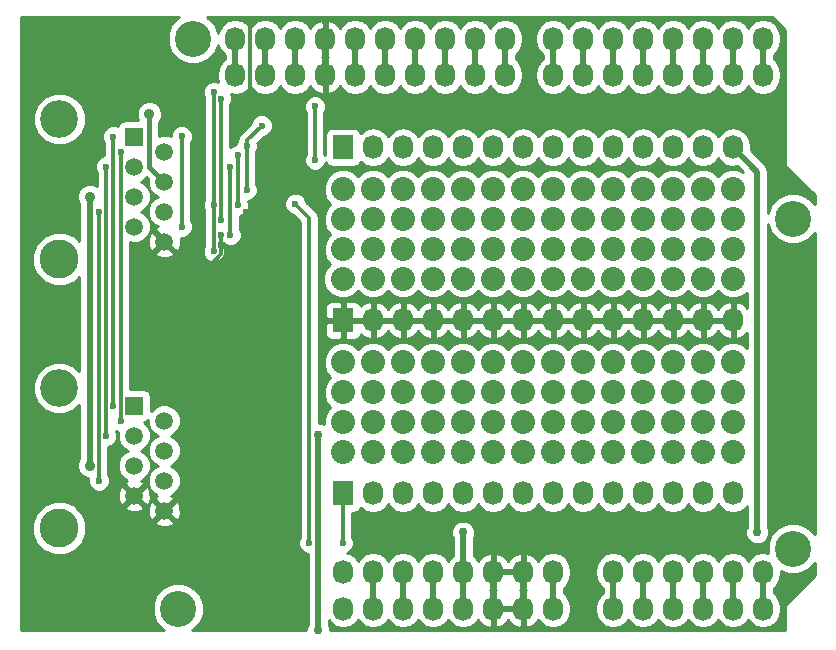
<source format=gbr>
G04 #@! TF.FileFunction,Copper,L2,Bot,Signal*
%FSLAX46Y46*%
G04 Gerber Fmt 4.6, Leading zero omitted, Abs format (unit mm)*
G04 Created by KiCad (PCBNEW 4.0.1-stable) date Tue 12 Jul 2016 11:05:00 AM CEST*
%MOMM*%
G01*
G04 APERTURE LIST*
%ADD10C,0.100000*%
%ADD11O,1.727200X2.032000*%
%ADD12R,1.727200X2.032000*%
%ADD13C,3.048000*%
%ADD14C,2.032000*%
%ADD15C,3.300000*%
%ADD16C,3.200000*%
%ADD17R,1.501140X1.501140*%
%ADD18C,1.501140*%
%ADD19C,0.750000*%
%ADD20C,0.600000*%
%ADD21C,0.900000*%
%ADD22C,0.508000*%
%ADD23C,0.304800*%
%ADD24C,0.381000*%
%ADD25C,0.254000*%
G04 APERTURE END LIST*
D10*
D11*
X27940000Y2540000D03*
X30480000Y2540000D03*
X33020000Y2540000D03*
X35560000Y2540000D03*
X38100000Y2540000D03*
X40640000Y2540000D03*
X43180000Y2540000D03*
X45720000Y2540000D03*
X50800000Y2540000D03*
X53340000Y2540000D03*
X55880000Y2540000D03*
X58420000Y2540000D03*
X60960000Y2540000D03*
X63500000Y2540000D03*
X18796000Y50787300D03*
X21336000Y50787300D03*
X23876000Y50787300D03*
X26416000Y50787300D03*
X28956000Y50787300D03*
X31496000Y50787300D03*
X34036000Y50787300D03*
X36576000Y50787300D03*
X39116000Y50787300D03*
X41656000Y50787300D03*
X45720000Y50800000D03*
X48260000Y50800000D03*
X50800000Y50800000D03*
X53340000Y50800000D03*
X55880000Y50800000D03*
X58420000Y50800000D03*
X60960000Y50800000D03*
X63500000Y50800000D03*
D12*
X27940000Y12298680D03*
D11*
X30480000Y12298680D03*
X33020000Y12298680D03*
X35560000Y12298680D03*
X38100000Y12298680D03*
X40640000Y12298680D03*
X43180000Y12298680D03*
X45720000Y12298680D03*
X48260000Y12298680D03*
X50800000Y12298680D03*
X53340000Y12298680D03*
X55880000Y12298680D03*
X58420000Y12298680D03*
X60960000Y12298680D03*
D12*
X27940000Y41602660D03*
D11*
X30480000Y41602660D03*
X33020000Y41602660D03*
X35560000Y41602660D03*
X38100000Y41602660D03*
X40640000Y41602660D03*
X43180000Y41602660D03*
X45720000Y41602660D03*
X48260000Y41602660D03*
X50800000Y41602660D03*
X53340000Y41602660D03*
X55880000Y41602660D03*
X58420000Y41602660D03*
X60960000Y41602660D03*
D12*
X27940000Y26951940D03*
D11*
X30480000Y26951940D03*
X33020000Y26951940D03*
X35560000Y26951940D03*
X38100000Y26951940D03*
X40640000Y26951940D03*
X43180000Y26951940D03*
X45720000Y26951940D03*
X48260000Y26951940D03*
X50800000Y26951940D03*
X53340000Y26951940D03*
X55880000Y26951940D03*
X58420000Y26951940D03*
X60960000Y26951940D03*
X27940000Y5638800D03*
X30480000Y5638800D03*
X33020000Y5638800D03*
X35560000Y5638800D03*
X38100000Y5638800D03*
X40640000Y5638800D03*
X43180000Y5638800D03*
X45720000Y5638800D03*
X50800000Y5638800D03*
X53340000Y5638800D03*
X55880000Y5638800D03*
X58420000Y5638800D03*
X60960000Y5638800D03*
X63500000Y5638800D03*
X18796000Y47713900D03*
X21336000Y47713900D03*
X23876000Y47713900D03*
X26416000Y47713900D03*
X28956000Y47713900D03*
X31496000Y47713900D03*
X34036000Y47713900D03*
X36576000Y47713900D03*
X39116000Y47713900D03*
X41656000Y47713900D03*
X45720000Y47701200D03*
X48260000Y47701200D03*
X50800000Y47701200D03*
X53340000Y47701200D03*
X55880000Y47701200D03*
X58420000Y47701200D03*
X60960000Y47701200D03*
X63500000Y47701200D03*
D13*
X66040000Y35560000D03*
X15240000Y50800000D03*
X66040000Y7620000D03*
X13970000Y2540000D03*
D14*
X27940000Y15801340D03*
X30480000Y15801340D03*
X33020000Y15801340D03*
X35560000Y15801340D03*
X38100000Y15801340D03*
X40640000Y15801340D03*
X43180000Y15801340D03*
X45720000Y15801340D03*
X48260000Y15801340D03*
X50800000Y15801340D03*
X53340000Y15801340D03*
X55880000Y15801340D03*
X58420000Y15801340D03*
X60960000Y15801340D03*
X27940000Y18341340D03*
X30480000Y18341340D03*
X33020000Y18341340D03*
X35560000Y18341340D03*
X38100000Y18341340D03*
X40640000Y18341340D03*
X43180000Y18341340D03*
X45720000Y18341340D03*
X48260000Y18341340D03*
X50800000Y18341340D03*
X53340000Y18341340D03*
X55880000Y18341340D03*
X58420000Y18341340D03*
X60960000Y18341340D03*
X27940000Y20881340D03*
X30480000Y20881340D03*
X33020000Y20881340D03*
X35560000Y20881340D03*
X38100000Y20881340D03*
X40640000Y20881340D03*
X43180000Y20881340D03*
X45720000Y20881340D03*
X48260000Y20881340D03*
X50800000Y20881340D03*
X53340000Y20881340D03*
X55880000Y20881340D03*
X58420000Y20881340D03*
X60960000Y20881340D03*
X27940000Y23421340D03*
X30480000Y23421340D03*
X33020000Y23421340D03*
X35560000Y23421340D03*
X38100000Y23421340D03*
X40640000Y23421340D03*
X43180000Y23421340D03*
X45720000Y23421340D03*
X48260000Y23421340D03*
X50800000Y23421340D03*
X53340000Y23421340D03*
X55880000Y23421340D03*
X58420000Y23421340D03*
X60960000Y23421340D03*
X27927300Y30454600D03*
X30480000Y30454600D03*
X33020000Y30454600D03*
X35560000Y30454600D03*
X38100000Y30454600D03*
X40640000Y30454600D03*
X43180000Y30454600D03*
X45720000Y30454600D03*
X48260000Y30454600D03*
X50800000Y30454600D03*
X53340000Y30454600D03*
X55880000Y30454600D03*
X58420000Y30454600D03*
X60960000Y30454600D03*
X27940000Y32994600D03*
X30480000Y32994600D03*
X33020000Y32994600D03*
X35560000Y32994600D03*
X38100000Y32994600D03*
X40640000Y32994600D03*
X43180000Y32994600D03*
X45720000Y32994600D03*
X48260000Y32994600D03*
X50800000Y32994600D03*
X53340000Y32994600D03*
X55880000Y32994600D03*
X58420000Y32994600D03*
X60960000Y32994600D03*
X27940000Y35534600D03*
X30480000Y35534600D03*
X33020000Y35534600D03*
X35560000Y35534600D03*
X38100000Y35534600D03*
X40640000Y35534600D03*
X43180000Y35534600D03*
X45720000Y35534600D03*
X48260000Y35534600D03*
X50800000Y35534600D03*
X53340000Y35534600D03*
X55880000Y35534600D03*
X58420000Y35534600D03*
X60960000Y35534600D03*
X27940000Y38074600D03*
X30480000Y38074600D03*
X33020000Y38074600D03*
X35560000Y38074600D03*
X38100000Y38074600D03*
X40640000Y38074600D03*
X43180000Y38074600D03*
X45720000Y38074600D03*
X48260000Y38074600D03*
X50800000Y38074600D03*
X53340000Y38074600D03*
X55880000Y38074600D03*
X58420000Y38074600D03*
X60960000Y38074600D03*
D15*
X3909060Y9340060D03*
D16*
X3909060Y21209480D03*
D17*
X10259060Y19723580D03*
D18*
X12799060Y18453580D03*
X10259060Y17183580D03*
X12799060Y15913580D03*
X10259060Y14643580D03*
X12799060Y13373580D03*
X10259060Y12103580D03*
X12799060Y10833580D03*
D15*
X3921760Y32123860D03*
D16*
X3921760Y43993280D03*
D17*
X10271760Y42507380D03*
D18*
X12811760Y41237380D03*
X10271760Y39967380D03*
X12811760Y38697380D03*
X10271760Y37427380D03*
X12811760Y36157380D03*
X10271760Y34887380D03*
X12811760Y33617380D03*
D19*
X63019940Y8987000D03*
X38094920Y8987000D03*
D20*
X25100280Y8103080D03*
X23898860Y36810160D03*
X27945080Y8110700D03*
D19*
X25834340Y17231840D03*
X25831800Y719300D03*
D20*
X26413460Y52260980D03*
X20063460Y52260980D03*
X20063460Y44564780D03*
X17637760Y33337980D03*
X19745960Y33337980D03*
X19745960Y36093880D03*
X16253460Y31161200D03*
X17645380Y34188880D03*
X14272260Y34887380D03*
X14272260Y42520080D03*
X25575260Y40538880D03*
X25575260Y45060080D03*
X7287260Y13373580D03*
X7287260Y36157380D03*
X9116060Y18453580D03*
X9116060Y41237380D03*
X19060160Y40919880D03*
X19060160Y36728880D03*
X7896860Y39967380D03*
X7896860Y17183580D03*
X18412460Y39903880D03*
X18412460Y34188880D03*
X8506460Y19723580D03*
X8506460Y42507380D03*
X19784060Y41719980D03*
X21041360Y43439560D03*
X19786600Y37998400D03*
X17612360Y35458880D03*
X17612360Y45669680D03*
X16990060Y32788860D03*
X16990060Y36728880D03*
X16990060Y46279280D03*
D21*
X11541760Y44399680D03*
X6512560Y14643580D03*
X6512560Y37427380D03*
D22*
X38100000Y5638800D02*
X38100000Y8981920D01*
X63019940Y8987000D02*
X63019940Y39542720D01*
X38100000Y8981920D02*
X38094920Y8987000D01*
X63019940Y39542720D02*
X60960000Y41602660D01*
X38100000Y5638800D02*
X38100000Y2540000D01*
D23*
X25100280Y35608740D02*
X23898860Y36810160D01*
X25100280Y35608740D02*
X25100280Y8103080D01*
X27940000Y8115780D02*
X27940000Y12298680D01*
X27945080Y8110700D02*
X27940000Y8115780D01*
D22*
X35560000Y2540000D02*
X35560000Y5638800D01*
X25831800Y17229300D02*
X25834340Y17231840D01*
X25831800Y719300D02*
X25831800Y17229300D01*
X45720000Y2540000D02*
X45720000Y5638800D01*
D23*
X26413460Y52260980D02*
X26413460Y50789840D01*
X20063460Y44564780D02*
X20063460Y52260980D01*
X26413460Y50789840D02*
X26416000Y50787300D01*
X17637760Y33337980D02*
X17645380Y33337980D01*
X17645380Y33337980D02*
X17637760Y33337980D01*
X17637760Y33337980D02*
X17645380Y33337980D01*
X19745960Y36093880D02*
X19745960Y33337980D01*
X17645380Y33337980D02*
X17645380Y32553120D01*
X17645380Y32553120D02*
X16253460Y31161200D01*
X17645380Y34188880D02*
X17645380Y33337980D01*
D22*
X40640000Y2540000D02*
X40640000Y5638800D01*
X43180000Y2540000D02*
X43180000Y5638800D01*
X26416000Y47713900D02*
X26416000Y50787300D01*
D23*
X14272260Y42520080D02*
X14272260Y34887380D01*
X25575260Y45060080D02*
X25575260Y40538880D01*
D22*
X63500000Y50800000D02*
X63500000Y47701200D01*
D23*
X7287260Y36157380D02*
X7287260Y13373580D01*
X9116060Y41237380D02*
X9116060Y18453580D01*
X19060160Y36728880D02*
X19060160Y40919880D01*
X7896860Y39967380D02*
X7896860Y17183580D01*
X18412460Y34188880D02*
X18412460Y39903880D01*
X8506460Y42507380D02*
X8506460Y19723580D01*
X19784060Y41719980D02*
X19786600Y41719980D01*
X19786600Y41719980D02*
X19784060Y41719980D01*
X19784060Y41719980D02*
X19786600Y41719980D01*
X19786600Y37998400D02*
X19786600Y41719980D01*
X19786600Y41719980D02*
X19786600Y42184800D01*
X19786600Y42184800D02*
X21041360Y43439560D01*
D22*
X30480000Y2540000D02*
X30480000Y5638800D01*
X33020000Y5638800D02*
X33020000Y2540000D01*
X63500000Y2540000D02*
X63500000Y5638800D01*
X18796000Y50787300D02*
X18796000Y47713900D01*
X60960000Y5638800D02*
X60960000Y2540000D01*
X21336000Y47713900D02*
X21336000Y50787300D01*
X58420000Y2540000D02*
X58420000Y5638800D01*
X55880000Y2540000D02*
X55880000Y5638800D01*
X53340000Y5638800D02*
X53340000Y2540000D01*
X50800000Y2540000D02*
X50800000Y5638800D01*
X41656000Y50787300D02*
X41656000Y47713900D01*
X39116000Y50787300D02*
X39116000Y47713900D01*
X36576000Y50787300D02*
X36576000Y47713900D01*
X34036000Y47713900D02*
X34036000Y50787300D01*
X31496000Y47713900D02*
X31496000Y50787300D01*
X28956000Y50787300D02*
X28956000Y47713900D01*
X23876000Y50787300D02*
X23876000Y47713900D01*
D23*
X17614900Y35461420D02*
X17612360Y35458880D01*
X17612360Y45669680D02*
X17614900Y35461420D01*
D22*
X60960000Y50800000D02*
X60960000Y47701200D01*
D23*
X16987520Y32791400D02*
X16990060Y36728880D01*
X16990060Y32788860D02*
X16987520Y32791400D01*
X16990060Y46279280D02*
X16990060Y36728880D01*
D22*
X58420000Y50800000D02*
X58420000Y47701200D01*
X55880000Y50800000D02*
X55880000Y47701200D01*
X53340000Y50800000D02*
X53340000Y47701200D01*
X50800000Y50800000D02*
X50800000Y47701200D01*
X48260000Y50800000D02*
X48260000Y47701200D01*
X45720000Y50800000D02*
X45720000Y47701200D01*
D24*
X12811760Y38697380D02*
X11541760Y39967380D01*
X11541760Y39967380D02*
X11541760Y44399680D01*
D22*
X6512560Y37427380D02*
X6512560Y14643580D01*
D25*
G36*
X13410756Y52024572D02*
X13081376Y51231336D01*
X13080626Y50372433D01*
X13408622Y49578623D01*
X14015428Y48970756D01*
X14808664Y48641376D01*
X15667567Y48640626D01*
X16461377Y48968622D01*
X17069244Y49575428D01*
X17361640Y50279597D01*
X17411474Y50029066D01*
X17736330Y49542885D01*
X17907000Y49428847D01*
X17907000Y49072353D01*
X17736330Y48958315D01*
X17411474Y48472134D01*
X17297400Y47898645D01*
X17297400Y47529155D01*
X17376559Y47131195D01*
X17176859Y47214118D01*
X16804893Y47214442D01*
X16461117Y47072397D01*
X16197868Y46809607D01*
X16055222Y46466079D01*
X16054898Y46094113D01*
X16196943Y45750337D01*
X16202660Y45744610D01*
X16202660Y37263991D01*
X16197868Y37259207D01*
X16055222Y36915679D01*
X16054898Y36543713D01*
X16196943Y36199937D01*
X16202315Y36194556D01*
X16200462Y33321776D01*
X16197868Y33319187D01*
X16055222Y32975659D01*
X16054898Y32603693D01*
X16196943Y32259917D01*
X16459733Y31996668D01*
X16803261Y31854022D01*
X17175227Y31853698D01*
X17519003Y31995743D01*
X17782252Y32258533D01*
X17924898Y32602061D01*
X17925222Y32974027D01*
X17783177Y33317803D01*
X17775265Y33325729D01*
X17775380Y33503628D01*
X17882133Y33396688D01*
X18225661Y33254042D01*
X18597627Y33253718D01*
X18941403Y33395763D01*
X19204652Y33658553D01*
X19347298Y34002081D01*
X19347622Y34374047D01*
X19205577Y34717823D01*
X19199860Y34723550D01*
X19199860Y35793758D01*
X19245327Y35793718D01*
X19589103Y35935763D01*
X19852352Y36198553D01*
X19994998Y36542081D01*
X19995322Y36914047D01*
X19933664Y37063271D01*
X19971767Y37063238D01*
X20315543Y37205283D01*
X20578792Y37468073D01*
X20721438Y37811601D01*
X20721762Y38183567D01*
X20579717Y38527343D01*
X20574000Y38533070D01*
X20574000Y41187405D01*
X20576252Y41189653D01*
X20718898Y41533181D01*
X20719222Y41905147D01*
X20690357Y41975005D01*
X21219756Y42504404D01*
X21226527Y42504398D01*
X21570303Y42646443D01*
X21833552Y42909233D01*
X21976198Y43252761D01*
X21976522Y43624727D01*
X21834477Y43968503D01*
X21571687Y44231752D01*
X21228159Y44374398D01*
X20856193Y44374722D01*
X20512417Y44232677D01*
X20249168Y43969887D01*
X20106522Y43626359D01*
X20106515Y43618267D01*
X19229824Y42741576D01*
X19059137Y42486125D01*
X19017275Y42275670D01*
X18991868Y42250307D01*
X18849222Y41906779D01*
X18849168Y41844371D01*
X18531217Y41712997D01*
X18400777Y41582784D01*
X18399893Y45134702D01*
X18404552Y45139353D01*
X18547198Y45482881D01*
X18547522Y45854847D01*
X18446169Y46100141D01*
X18796000Y46030555D01*
X19369489Y46144629D01*
X19855670Y46469485D01*
X20066000Y46784266D01*
X20276330Y46469485D01*
X20762511Y46144629D01*
X21336000Y46030555D01*
X21909489Y46144629D01*
X22395670Y46469485D01*
X22606000Y46784266D01*
X22816330Y46469485D01*
X23302511Y46144629D01*
X23876000Y46030555D01*
X24449489Y46144629D01*
X24935670Y46469485D01*
X25142461Y46778969D01*
X25513964Y46363168D01*
X26041209Y46109191D01*
X26056974Y46106542D01*
X26289000Y46227683D01*
X26289000Y47586900D01*
X26269000Y47586900D01*
X26269000Y47840900D01*
X26289000Y47840900D01*
X26289000Y49200117D01*
X26192308Y49250600D01*
X26289000Y49301083D01*
X26289000Y50660300D01*
X26269000Y50660300D01*
X26269000Y50914300D01*
X26289000Y50914300D01*
X26289000Y52273517D01*
X26543000Y52273517D01*
X26543000Y50914300D01*
X26563000Y50914300D01*
X26563000Y50660300D01*
X26543000Y50660300D01*
X26543000Y49301083D01*
X26639692Y49250600D01*
X26543000Y49200117D01*
X26543000Y47840900D01*
X26563000Y47840900D01*
X26563000Y47586900D01*
X26543000Y47586900D01*
X26543000Y46227683D01*
X26775026Y46106542D01*
X26790791Y46109191D01*
X27318036Y46363168D01*
X27689539Y46778969D01*
X27896330Y46469485D01*
X28382511Y46144629D01*
X28956000Y46030555D01*
X29529489Y46144629D01*
X30015670Y46469485D01*
X30226000Y46784266D01*
X30436330Y46469485D01*
X30922511Y46144629D01*
X31496000Y46030555D01*
X32069489Y46144629D01*
X32555670Y46469485D01*
X32766000Y46784266D01*
X32976330Y46469485D01*
X33462511Y46144629D01*
X34036000Y46030555D01*
X34609489Y46144629D01*
X35095670Y46469485D01*
X35306000Y46784266D01*
X35516330Y46469485D01*
X36002511Y46144629D01*
X36576000Y46030555D01*
X37149489Y46144629D01*
X37635670Y46469485D01*
X37846000Y46784266D01*
X38056330Y46469485D01*
X38542511Y46144629D01*
X39116000Y46030555D01*
X39689489Y46144629D01*
X40175670Y46469485D01*
X40386000Y46784266D01*
X40596330Y46469485D01*
X41082511Y46144629D01*
X41656000Y46030555D01*
X42229489Y46144629D01*
X42715670Y46469485D01*
X43040526Y46955666D01*
X43154600Y47529155D01*
X43154600Y47898645D01*
X43040526Y48472134D01*
X42715670Y48958315D01*
X42545000Y49072353D01*
X42545000Y49428847D01*
X42715670Y49542885D01*
X43040526Y50029066D01*
X43154600Y50602555D01*
X43154600Y50972045D01*
X43152074Y50984745D01*
X44221400Y50984745D01*
X44221400Y50615255D01*
X44335474Y50041766D01*
X44660330Y49555585D01*
X44831000Y49441547D01*
X44831000Y49059653D01*
X44660330Y48945615D01*
X44335474Y48459434D01*
X44221400Y47885945D01*
X44221400Y47516455D01*
X44335474Y46942966D01*
X44660330Y46456785D01*
X45146511Y46131929D01*
X45720000Y46017855D01*
X46293489Y46131929D01*
X46779670Y46456785D01*
X46990000Y46771566D01*
X47200330Y46456785D01*
X47686511Y46131929D01*
X48260000Y46017855D01*
X48833489Y46131929D01*
X49319670Y46456785D01*
X49530000Y46771566D01*
X49740330Y46456785D01*
X50226511Y46131929D01*
X50800000Y46017855D01*
X51373489Y46131929D01*
X51859670Y46456785D01*
X52070000Y46771566D01*
X52280330Y46456785D01*
X52766511Y46131929D01*
X53340000Y46017855D01*
X53913489Y46131929D01*
X54399670Y46456785D01*
X54610000Y46771566D01*
X54820330Y46456785D01*
X55306511Y46131929D01*
X55880000Y46017855D01*
X56453489Y46131929D01*
X56939670Y46456785D01*
X57150000Y46771566D01*
X57360330Y46456785D01*
X57846511Y46131929D01*
X58420000Y46017855D01*
X58993489Y46131929D01*
X59479670Y46456785D01*
X59690000Y46771566D01*
X59900330Y46456785D01*
X60386511Y46131929D01*
X60960000Y46017855D01*
X61533489Y46131929D01*
X62019670Y46456785D01*
X62230000Y46771566D01*
X62440330Y46456785D01*
X62926511Y46131929D01*
X63500000Y46017855D01*
X64073489Y46131929D01*
X64559670Y46456785D01*
X64884526Y46942966D01*
X64998600Y47516455D01*
X64998600Y47885945D01*
X64884526Y48459434D01*
X64559670Y48945615D01*
X64389000Y49059653D01*
X64389000Y49441547D01*
X64559670Y49555585D01*
X64884526Y50041766D01*
X64998600Y50615255D01*
X64998600Y50984745D01*
X64884526Y51558234D01*
X64559670Y52044415D01*
X64073489Y52369271D01*
X63500000Y52483345D01*
X62926511Y52369271D01*
X62440330Y52044415D01*
X62230000Y51729634D01*
X62019670Y52044415D01*
X61533489Y52369271D01*
X60960000Y52483345D01*
X60386511Y52369271D01*
X59900330Y52044415D01*
X59690000Y51729634D01*
X59479670Y52044415D01*
X58993489Y52369271D01*
X58420000Y52483345D01*
X57846511Y52369271D01*
X57360330Y52044415D01*
X57150000Y51729634D01*
X56939670Y52044415D01*
X56453489Y52369271D01*
X55880000Y52483345D01*
X55306511Y52369271D01*
X54820330Y52044415D01*
X54610000Y51729634D01*
X54399670Y52044415D01*
X53913489Y52369271D01*
X53340000Y52483345D01*
X52766511Y52369271D01*
X52280330Y52044415D01*
X52070000Y51729634D01*
X51859670Y52044415D01*
X51373489Y52369271D01*
X50800000Y52483345D01*
X50226511Y52369271D01*
X49740330Y52044415D01*
X49530000Y51729634D01*
X49319670Y52044415D01*
X48833489Y52369271D01*
X48260000Y52483345D01*
X47686511Y52369271D01*
X47200330Y52044415D01*
X46990000Y51729634D01*
X46779670Y52044415D01*
X46293489Y52369271D01*
X45720000Y52483345D01*
X45146511Y52369271D01*
X44660330Y52044415D01*
X44335474Y51558234D01*
X44221400Y50984745D01*
X43152074Y50984745D01*
X43040526Y51545534D01*
X42715670Y52031715D01*
X42229489Y52356571D01*
X41656000Y52470645D01*
X41082511Y52356571D01*
X40596330Y52031715D01*
X40386000Y51716934D01*
X40175670Y52031715D01*
X39689489Y52356571D01*
X39116000Y52470645D01*
X38542511Y52356571D01*
X38056330Y52031715D01*
X37846000Y51716934D01*
X37635670Y52031715D01*
X37149489Y52356571D01*
X36576000Y52470645D01*
X36002511Y52356571D01*
X35516330Y52031715D01*
X35306000Y51716934D01*
X35095670Y52031715D01*
X34609489Y52356571D01*
X34036000Y52470645D01*
X33462511Y52356571D01*
X32976330Y52031715D01*
X32766000Y51716934D01*
X32555670Y52031715D01*
X32069489Y52356571D01*
X31496000Y52470645D01*
X30922511Y52356571D01*
X30436330Y52031715D01*
X30226000Y51716934D01*
X30015670Y52031715D01*
X29529489Y52356571D01*
X28956000Y52470645D01*
X28382511Y52356571D01*
X27896330Y52031715D01*
X27689539Y51722231D01*
X27318036Y52138032D01*
X26790791Y52392009D01*
X26775026Y52394658D01*
X26543000Y52273517D01*
X26289000Y52273517D01*
X26056974Y52394658D01*
X26041209Y52392009D01*
X25513964Y52138032D01*
X25142461Y51722231D01*
X24935670Y52031715D01*
X24449489Y52356571D01*
X23876000Y52470645D01*
X23302511Y52356571D01*
X22816330Y52031715D01*
X22606000Y51716934D01*
X22395670Y52031715D01*
X21909489Y52356571D01*
X21336000Y52470645D01*
X20762511Y52356571D01*
X20276330Y52031715D01*
X20066000Y51716934D01*
X19855670Y52031715D01*
X19369489Y52356571D01*
X18796000Y52470645D01*
X18222511Y52356571D01*
X17736330Y52031715D01*
X17411474Y51545534D01*
X17364848Y51311127D01*
X17071378Y52021377D01*
X16464572Y52629244D01*
X16462751Y52630000D01*
X64221908Y52630000D01*
X65330000Y51521909D01*
X65330000Y40386000D01*
X65384046Y40114295D01*
X65537954Y39883954D01*
X67870000Y37551909D01*
X67870000Y36782757D01*
X67264572Y37389244D01*
X66471336Y37718624D01*
X65612433Y37719374D01*
X64818623Y37391378D01*
X64210756Y36784572D01*
X63908940Y36057718D01*
X63908940Y39542720D01*
X63841269Y39882926D01*
X63648558Y40171338D01*
X62449206Y41370690D01*
X62458600Y41417915D01*
X62458600Y41787405D01*
X62344526Y42360894D01*
X62019670Y42847075D01*
X61533489Y43171931D01*
X60960000Y43286005D01*
X60386511Y43171931D01*
X59900330Y42847075D01*
X59690000Y42532294D01*
X59479670Y42847075D01*
X58993489Y43171931D01*
X58420000Y43286005D01*
X57846511Y43171931D01*
X57360330Y42847075D01*
X57150000Y42532294D01*
X56939670Y42847075D01*
X56453489Y43171931D01*
X55880000Y43286005D01*
X55306511Y43171931D01*
X54820330Y42847075D01*
X54610000Y42532294D01*
X54399670Y42847075D01*
X53913489Y43171931D01*
X53340000Y43286005D01*
X52766511Y43171931D01*
X52280330Y42847075D01*
X52070000Y42532294D01*
X51859670Y42847075D01*
X51373489Y43171931D01*
X50800000Y43286005D01*
X50226511Y43171931D01*
X49740330Y42847075D01*
X49530000Y42532294D01*
X49319670Y42847075D01*
X48833489Y43171931D01*
X48260000Y43286005D01*
X47686511Y43171931D01*
X47200330Y42847075D01*
X46990000Y42532294D01*
X46779670Y42847075D01*
X46293489Y43171931D01*
X45720000Y43286005D01*
X45146511Y43171931D01*
X44660330Y42847075D01*
X44450000Y42532294D01*
X44239670Y42847075D01*
X43753489Y43171931D01*
X43180000Y43286005D01*
X42606511Y43171931D01*
X42120330Y42847075D01*
X41910000Y42532294D01*
X41699670Y42847075D01*
X41213489Y43171931D01*
X40640000Y43286005D01*
X40066511Y43171931D01*
X39580330Y42847075D01*
X39370000Y42532294D01*
X39159670Y42847075D01*
X38673489Y43171931D01*
X38100000Y43286005D01*
X37526511Y43171931D01*
X37040330Y42847075D01*
X36830000Y42532294D01*
X36619670Y42847075D01*
X36133489Y43171931D01*
X35560000Y43286005D01*
X34986511Y43171931D01*
X34500330Y42847075D01*
X34290000Y42532294D01*
X34079670Y42847075D01*
X33593489Y43171931D01*
X33020000Y43286005D01*
X32446511Y43171931D01*
X31960330Y42847075D01*
X31750000Y42532294D01*
X31539670Y42847075D01*
X31053489Y43171931D01*
X30480000Y43286005D01*
X29906511Y43171931D01*
X29420330Y42847075D01*
X29410757Y42832747D01*
X29406762Y42853977D01*
X29267690Y43070101D01*
X29055490Y43215091D01*
X28803600Y43266100D01*
X27076400Y43266100D01*
X26841083Y43221822D01*
X26624959Y43082750D01*
X26479969Y42870550D01*
X26428960Y42618660D01*
X26428960Y40921201D01*
X26368377Y41067823D01*
X26362660Y41073550D01*
X26362660Y44524969D01*
X26367452Y44529753D01*
X26510098Y44873281D01*
X26510422Y45245247D01*
X26368377Y45589023D01*
X26105587Y45852272D01*
X25762059Y45994918D01*
X25390093Y45995242D01*
X25046317Y45853197D01*
X24783068Y45590407D01*
X24640422Y45246879D01*
X24640098Y44874913D01*
X24782143Y44531137D01*
X24787860Y44525410D01*
X24787860Y41073991D01*
X24783068Y41069207D01*
X24640422Y40725679D01*
X24640098Y40353713D01*
X24782143Y40009937D01*
X25044933Y39746688D01*
X25388461Y39604042D01*
X25760427Y39603718D01*
X26104203Y39745763D01*
X26367452Y40008553D01*
X26495455Y40316817D01*
X26612310Y40135219D01*
X26824510Y39990229D01*
X27076400Y39939220D01*
X28803600Y39939220D01*
X29038917Y39983498D01*
X29255041Y40122570D01*
X29400031Y40334770D01*
X29408400Y40376099D01*
X29420330Y40358245D01*
X29906511Y40033389D01*
X30480000Y39919315D01*
X31053489Y40033389D01*
X31539670Y40358245D01*
X31750000Y40673026D01*
X31960330Y40358245D01*
X32446511Y40033389D01*
X33020000Y39919315D01*
X33593489Y40033389D01*
X34079670Y40358245D01*
X34290000Y40673026D01*
X34500330Y40358245D01*
X34986511Y40033389D01*
X35560000Y39919315D01*
X36133489Y40033389D01*
X36619670Y40358245D01*
X36830000Y40673026D01*
X37040330Y40358245D01*
X37526511Y40033389D01*
X38100000Y39919315D01*
X38673489Y40033389D01*
X39159670Y40358245D01*
X39370000Y40673026D01*
X39580330Y40358245D01*
X40066511Y40033389D01*
X40640000Y39919315D01*
X41213489Y40033389D01*
X41699670Y40358245D01*
X41910000Y40673026D01*
X42120330Y40358245D01*
X42606511Y40033389D01*
X43180000Y39919315D01*
X43753489Y40033389D01*
X44239670Y40358245D01*
X44450000Y40673026D01*
X44660330Y40358245D01*
X45146511Y40033389D01*
X45720000Y39919315D01*
X46293489Y40033389D01*
X46779670Y40358245D01*
X46990000Y40673026D01*
X47200330Y40358245D01*
X47686511Y40033389D01*
X48260000Y39919315D01*
X48833489Y40033389D01*
X49319670Y40358245D01*
X49530000Y40673026D01*
X49740330Y40358245D01*
X50226511Y40033389D01*
X50800000Y39919315D01*
X51373489Y40033389D01*
X51859670Y40358245D01*
X52070000Y40673026D01*
X52280330Y40358245D01*
X52766511Y40033389D01*
X53340000Y39919315D01*
X53913489Y40033389D01*
X54399670Y40358245D01*
X54610000Y40673026D01*
X54820330Y40358245D01*
X55306511Y40033389D01*
X55880000Y39919315D01*
X56453489Y40033389D01*
X56939670Y40358245D01*
X57150000Y40673026D01*
X57360330Y40358245D01*
X57846511Y40033389D01*
X58420000Y39919315D01*
X58993489Y40033389D01*
X59479670Y40358245D01*
X59690000Y40673026D01*
X59900330Y40358245D01*
X60386511Y40033389D01*
X60960000Y39919315D01*
X61315413Y39990011D01*
X61786227Y39519197D01*
X61289845Y39725313D01*
X60633037Y39725886D01*
X60026005Y39475066D01*
X59689821Y39139468D01*
X59356437Y39473434D01*
X58749845Y39725313D01*
X58093037Y39725886D01*
X57486005Y39475066D01*
X57149821Y39139468D01*
X56816437Y39473434D01*
X56209845Y39725313D01*
X55553037Y39725886D01*
X54946005Y39475066D01*
X54609821Y39139468D01*
X54276437Y39473434D01*
X53669845Y39725313D01*
X53013037Y39725886D01*
X52406005Y39475066D01*
X52069821Y39139468D01*
X51736437Y39473434D01*
X51129845Y39725313D01*
X50473037Y39725886D01*
X49866005Y39475066D01*
X49529821Y39139468D01*
X49196437Y39473434D01*
X48589845Y39725313D01*
X47933037Y39725886D01*
X47326005Y39475066D01*
X46989821Y39139468D01*
X46656437Y39473434D01*
X46049845Y39725313D01*
X45393037Y39725886D01*
X44786005Y39475066D01*
X44449821Y39139468D01*
X44116437Y39473434D01*
X43509845Y39725313D01*
X42853037Y39725886D01*
X42246005Y39475066D01*
X41909821Y39139468D01*
X41576437Y39473434D01*
X40969845Y39725313D01*
X40313037Y39725886D01*
X39706005Y39475066D01*
X39369821Y39139468D01*
X39036437Y39473434D01*
X38429845Y39725313D01*
X37773037Y39725886D01*
X37166005Y39475066D01*
X36829821Y39139468D01*
X36496437Y39473434D01*
X35889845Y39725313D01*
X35233037Y39725886D01*
X34626005Y39475066D01*
X34289821Y39139468D01*
X33956437Y39473434D01*
X33349845Y39725313D01*
X32693037Y39725886D01*
X32086005Y39475066D01*
X31749821Y39139468D01*
X31416437Y39473434D01*
X30809845Y39725313D01*
X30153037Y39725886D01*
X29546005Y39475066D01*
X29209821Y39139468D01*
X28876437Y39473434D01*
X28269845Y39725313D01*
X27613037Y39725886D01*
X27006005Y39475066D01*
X26541166Y39011037D01*
X26289287Y38404445D01*
X26288714Y37747637D01*
X26539534Y37140605D01*
X26875132Y36804421D01*
X26541166Y36471037D01*
X26289287Y35864445D01*
X26288714Y35207637D01*
X26539534Y34600605D01*
X26875132Y34264421D01*
X26541166Y33931037D01*
X26289287Y33324445D01*
X26288714Y32667637D01*
X26539534Y32060605D01*
X26868793Y31730771D01*
X26528466Y31391037D01*
X26276587Y30784445D01*
X26276014Y30127637D01*
X26526834Y29520605D01*
X26990863Y29055766D01*
X27597455Y28803887D01*
X28254263Y28803314D01*
X28861295Y29054134D01*
X29203840Y29396082D01*
X29543563Y29055766D01*
X30150155Y28803887D01*
X30806963Y28803314D01*
X31413995Y29054134D01*
X31750179Y29389732D01*
X32083563Y29055766D01*
X32690155Y28803887D01*
X33346963Y28803314D01*
X33953995Y29054134D01*
X34290179Y29389732D01*
X34623563Y29055766D01*
X35230155Y28803887D01*
X35886963Y28803314D01*
X36493995Y29054134D01*
X36830179Y29389732D01*
X37163563Y29055766D01*
X37770155Y28803887D01*
X38426963Y28803314D01*
X39033995Y29054134D01*
X39370179Y29389732D01*
X39703563Y29055766D01*
X40310155Y28803887D01*
X40966963Y28803314D01*
X41573995Y29054134D01*
X41910179Y29389732D01*
X42243563Y29055766D01*
X42850155Y28803887D01*
X43506963Y28803314D01*
X44113995Y29054134D01*
X44450179Y29389732D01*
X44783563Y29055766D01*
X45390155Y28803887D01*
X46046963Y28803314D01*
X46653995Y29054134D01*
X46990179Y29389732D01*
X47323563Y29055766D01*
X47930155Y28803887D01*
X48586963Y28803314D01*
X49193995Y29054134D01*
X49530179Y29389732D01*
X49863563Y29055766D01*
X50470155Y28803887D01*
X51126963Y28803314D01*
X51733995Y29054134D01*
X52070179Y29389732D01*
X52403563Y29055766D01*
X53010155Y28803887D01*
X53666963Y28803314D01*
X54273995Y29054134D01*
X54610179Y29389732D01*
X54943563Y29055766D01*
X55550155Y28803887D01*
X56206963Y28803314D01*
X56813995Y29054134D01*
X57150179Y29389732D01*
X57483563Y29055766D01*
X58090155Y28803887D01*
X58746963Y28803314D01*
X59353995Y29054134D01*
X59690179Y29389732D01*
X60023563Y29055766D01*
X60630155Y28803887D01*
X61286963Y28803314D01*
X61893995Y29054134D01*
X62130940Y29290666D01*
X62130940Y28001704D01*
X61862036Y28302672D01*
X61334791Y28556649D01*
X61319026Y28559298D01*
X61087000Y28438157D01*
X61087000Y27078940D01*
X61107000Y27078940D01*
X61107000Y26824940D01*
X61087000Y26824940D01*
X61087000Y25465723D01*
X61319026Y25344582D01*
X61334791Y25347231D01*
X61862036Y25601208D01*
X62130940Y25902176D01*
X62130940Y24585262D01*
X61896437Y24820174D01*
X61289845Y25072053D01*
X60633037Y25072626D01*
X60026005Y24821806D01*
X59689821Y24486208D01*
X59356437Y24820174D01*
X58749845Y25072053D01*
X58093037Y25072626D01*
X57486005Y24821806D01*
X57149821Y24486208D01*
X56816437Y24820174D01*
X56209845Y25072053D01*
X55553037Y25072626D01*
X54946005Y24821806D01*
X54609821Y24486208D01*
X54276437Y24820174D01*
X53669845Y25072053D01*
X53013037Y25072626D01*
X52406005Y24821806D01*
X52069821Y24486208D01*
X51736437Y24820174D01*
X51129845Y25072053D01*
X50473037Y25072626D01*
X49866005Y24821806D01*
X49529821Y24486208D01*
X49196437Y24820174D01*
X48589845Y25072053D01*
X47933037Y25072626D01*
X47326005Y24821806D01*
X46989821Y24486208D01*
X46656437Y24820174D01*
X46049845Y25072053D01*
X45393037Y25072626D01*
X44786005Y24821806D01*
X44449821Y24486208D01*
X44116437Y24820174D01*
X43509845Y25072053D01*
X42853037Y25072626D01*
X42246005Y24821806D01*
X41909821Y24486208D01*
X41576437Y24820174D01*
X40969845Y25072053D01*
X40313037Y25072626D01*
X39706005Y24821806D01*
X39369821Y24486208D01*
X39036437Y24820174D01*
X38429845Y25072053D01*
X37773037Y25072626D01*
X37166005Y24821806D01*
X36829821Y24486208D01*
X36496437Y24820174D01*
X35889845Y25072053D01*
X35233037Y25072626D01*
X34626005Y24821806D01*
X34289821Y24486208D01*
X33956437Y24820174D01*
X33349845Y25072053D01*
X32693037Y25072626D01*
X32086005Y24821806D01*
X31749821Y24486208D01*
X31416437Y24820174D01*
X30809845Y25072053D01*
X30153037Y25072626D01*
X29546005Y24821806D01*
X29209821Y24486208D01*
X28876437Y24820174D01*
X28269845Y25072053D01*
X27613037Y25072626D01*
X27006005Y24821806D01*
X26541166Y24357777D01*
X26289287Y23751185D01*
X26288714Y23094377D01*
X26539534Y22487345D01*
X26875132Y22151161D01*
X26541166Y21817777D01*
X26289287Y21211185D01*
X26288714Y20554377D01*
X26539534Y19947345D01*
X26875132Y19611161D01*
X26541166Y19277777D01*
X26289287Y18671185D01*
X26288821Y18136735D01*
X26036123Y18241664D01*
X25887680Y18241794D01*
X25887680Y26666190D01*
X26441400Y26666190D01*
X26441400Y25809631D01*
X26538073Y25576242D01*
X26716701Y25397613D01*
X26950090Y25300940D01*
X27654250Y25300940D01*
X27813000Y25459690D01*
X27813000Y26824940D01*
X28067000Y26824940D01*
X28067000Y25459690D01*
X28225750Y25300940D01*
X28929910Y25300940D01*
X29163299Y25397613D01*
X29341927Y25576242D01*
X29423759Y25773801D01*
X29577964Y25601208D01*
X30105209Y25347231D01*
X30120974Y25344582D01*
X30353000Y25465723D01*
X30353000Y26824940D01*
X30607000Y26824940D01*
X30607000Y25465723D01*
X30839026Y25344582D01*
X30854791Y25347231D01*
X31382036Y25601208D01*
X31750000Y26013048D01*
X32117964Y25601208D01*
X32645209Y25347231D01*
X32660974Y25344582D01*
X32893000Y25465723D01*
X32893000Y26824940D01*
X33147000Y26824940D01*
X33147000Y25465723D01*
X33379026Y25344582D01*
X33394791Y25347231D01*
X33922036Y25601208D01*
X34290000Y26013048D01*
X34657964Y25601208D01*
X35185209Y25347231D01*
X35200974Y25344582D01*
X35433000Y25465723D01*
X35433000Y26824940D01*
X35687000Y26824940D01*
X35687000Y25465723D01*
X35919026Y25344582D01*
X35934791Y25347231D01*
X36462036Y25601208D01*
X36830000Y26013048D01*
X37197964Y25601208D01*
X37725209Y25347231D01*
X37740974Y25344582D01*
X37973000Y25465723D01*
X37973000Y26824940D01*
X38227000Y26824940D01*
X38227000Y25465723D01*
X38459026Y25344582D01*
X38474791Y25347231D01*
X39002036Y25601208D01*
X39370000Y26013048D01*
X39737964Y25601208D01*
X40265209Y25347231D01*
X40280974Y25344582D01*
X40513000Y25465723D01*
X40513000Y26824940D01*
X40767000Y26824940D01*
X40767000Y25465723D01*
X40999026Y25344582D01*
X41014791Y25347231D01*
X41542036Y25601208D01*
X41910000Y26013048D01*
X42277964Y25601208D01*
X42805209Y25347231D01*
X42820974Y25344582D01*
X43053000Y25465723D01*
X43053000Y26824940D01*
X43307000Y26824940D01*
X43307000Y25465723D01*
X43539026Y25344582D01*
X43554791Y25347231D01*
X44082036Y25601208D01*
X44450000Y26013048D01*
X44817964Y25601208D01*
X45345209Y25347231D01*
X45360974Y25344582D01*
X45593000Y25465723D01*
X45593000Y26824940D01*
X45847000Y26824940D01*
X45847000Y25465723D01*
X46079026Y25344582D01*
X46094791Y25347231D01*
X46622036Y25601208D01*
X46990000Y26013048D01*
X47357964Y25601208D01*
X47885209Y25347231D01*
X47900974Y25344582D01*
X48133000Y25465723D01*
X48133000Y26824940D01*
X48387000Y26824940D01*
X48387000Y25465723D01*
X48619026Y25344582D01*
X48634791Y25347231D01*
X49162036Y25601208D01*
X49530000Y26013048D01*
X49897964Y25601208D01*
X50425209Y25347231D01*
X50440974Y25344582D01*
X50673000Y25465723D01*
X50673000Y26824940D01*
X50927000Y26824940D01*
X50927000Y25465723D01*
X51159026Y25344582D01*
X51174791Y25347231D01*
X51702036Y25601208D01*
X52070000Y26013048D01*
X52437964Y25601208D01*
X52965209Y25347231D01*
X52980974Y25344582D01*
X53213000Y25465723D01*
X53213000Y26824940D01*
X53467000Y26824940D01*
X53467000Y25465723D01*
X53699026Y25344582D01*
X53714791Y25347231D01*
X54242036Y25601208D01*
X54610000Y26013048D01*
X54977964Y25601208D01*
X55505209Y25347231D01*
X55520974Y25344582D01*
X55753000Y25465723D01*
X55753000Y26824940D01*
X56007000Y26824940D01*
X56007000Y25465723D01*
X56239026Y25344582D01*
X56254791Y25347231D01*
X56782036Y25601208D01*
X57150000Y26013048D01*
X57517964Y25601208D01*
X58045209Y25347231D01*
X58060974Y25344582D01*
X58293000Y25465723D01*
X58293000Y26824940D01*
X58547000Y26824940D01*
X58547000Y25465723D01*
X58779026Y25344582D01*
X58794791Y25347231D01*
X59322036Y25601208D01*
X59690000Y26013048D01*
X60057964Y25601208D01*
X60585209Y25347231D01*
X60600974Y25344582D01*
X60833000Y25465723D01*
X60833000Y26824940D01*
X58547000Y26824940D01*
X58293000Y26824940D01*
X56007000Y26824940D01*
X55753000Y26824940D01*
X53467000Y26824940D01*
X53213000Y26824940D01*
X50927000Y26824940D01*
X50673000Y26824940D01*
X48387000Y26824940D01*
X48133000Y26824940D01*
X45847000Y26824940D01*
X45593000Y26824940D01*
X43307000Y26824940D01*
X43053000Y26824940D01*
X40767000Y26824940D01*
X40513000Y26824940D01*
X38227000Y26824940D01*
X37973000Y26824940D01*
X35687000Y26824940D01*
X35433000Y26824940D01*
X33147000Y26824940D01*
X32893000Y26824940D01*
X30607000Y26824940D01*
X30353000Y26824940D01*
X28067000Y26824940D01*
X27813000Y26824940D01*
X26600150Y26824940D01*
X26441400Y26666190D01*
X25887680Y26666190D01*
X25887680Y28094249D01*
X26441400Y28094249D01*
X26441400Y27237690D01*
X26600150Y27078940D01*
X27813000Y27078940D01*
X27813000Y28444190D01*
X28067000Y28444190D01*
X28067000Y27078940D01*
X30353000Y27078940D01*
X30353000Y28438157D01*
X30607000Y28438157D01*
X30607000Y27078940D01*
X32893000Y27078940D01*
X32893000Y28438157D01*
X33147000Y28438157D01*
X33147000Y27078940D01*
X35433000Y27078940D01*
X35433000Y28438157D01*
X35687000Y28438157D01*
X35687000Y27078940D01*
X37973000Y27078940D01*
X37973000Y28438157D01*
X38227000Y28438157D01*
X38227000Y27078940D01*
X40513000Y27078940D01*
X40513000Y28438157D01*
X40767000Y28438157D01*
X40767000Y27078940D01*
X43053000Y27078940D01*
X43053000Y28438157D01*
X43307000Y28438157D01*
X43307000Y27078940D01*
X45593000Y27078940D01*
X45593000Y28438157D01*
X45847000Y28438157D01*
X45847000Y27078940D01*
X48133000Y27078940D01*
X48133000Y28438157D01*
X48387000Y28438157D01*
X48387000Y27078940D01*
X50673000Y27078940D01*
X50673000Y28438157D01*
X50927000Y28438157D01*
X50927000Y27078940D01*
X53213000Y27078940D01*
X53213000Y28438157D01*
X53467000Y28438157D01*
X53467000Y27078940D01*
X55753000Y27078940D01*
X55753000Y28438157D01*
X56007000Y28438157D01*
X56007000Y27078940D01*
X58293000Y27078940D01*
X58293000Y28438157D01*
X58547000Y28438157D01*
X58547000Y27078940D01*
X60833000Y27078940D01*
X60833000Y28438157D01*
X60600974Y28559298D01*
X60585209Y28556649D01*
X60057964Y28302672D01*
X59690000Y27890832D01*
X59322036Y28302672D01*
X58794791Y28556649D01*
X58779026Y28559298D01*
X58547000Y28438157D01*
X58293000Y28438157D01*
X58060974Y28559298D01*
X58045209Y28556649D01*
X57517964Y28302672D01*
X57150000Y27890832D01*
X56782036Y28302672D01*
X56254791Y28556649D01*
X56239026Y28559298D01*
X56007000Y28438157D01*
X55753000Y28438157D01*
X55520974Y28559298D01*
X55505209Y28556649D01*
X54977964Y28302672D01*
X54610000Y27890832D01*
X54242036Y28302672D01*
X53714791Y28556649D01*
X53699026Y28559298D01*
X53467000Y28438157D01*
X53213000Y28438157D01*
X52980974Y28559298D01*
X52965209Y28556649D01*
X52437964Y28302672D01*
X52070000Y27890832D01*
X51702036Y28302672D01*
X51174791Y28556649D01*
X51159026Y28559298D01*
X50927000Y28438157D01*
X50673000Y28438157D01*
X50440974Y28559298D01*
X50425209Y28556649D01*
X49897964Y28302672D01*
X49530000Y27890832D01*
X49162036Y28302672D01*
X48634791Y28556649D01*
X48619026Y28559298D01*
X48387000Y28438157D01*
X48133000Y28438157D01*
X47900974Y28559298D01*
X47885209Y28556649D01*
X47357964Y28302672D01*
X46990000Y27890832D01*
X46622036Y28302672D01*
X46094791Y28556649D01*
X46079026Y28559298D01*
X45847000Y28438157D01*
X45593000Y28438157D01*
X45360974Y28559298D01*
X45345209Y28556649D01*
X44817964Y28302672D01*
X44450000Y27890832D01*
X44082036Y28302672D01*
X43554791Y28556649D01*
X43539026Y28559298D01*
X43307000Y28438157D01*
X43053000Y28438157D01*
X42820974Y28559298D01*
X42805209Y28556649D01*
X42277964Y28302672D01*
X41910000Y27890832D01*
X41542036Y28302672D01*
X41014791Y28556649D01*
X40999026Y28559298D01*
X40767000Y28438157D01*
X40513000Y28438157D01*
X40280974Y28559298D01*
X40265209Y28556649D01*
X39737964Y28302672D01*
X39370000Y27890832D01*
X39002036Y28302672D01*
X38474791Y28556649D01*
X38459026Y28559298D01*
X38227000Y28438157D01*
X37973000Y28438157D01*
X37740974Y28559298D01*
X37725209Y28556649D01*
X37197964Y28302672D01*
X36830000Y27890832D01*
X36462036Y28302672D01*
X35934791Y28556649D01*
X35919026Y28559298D01*
X35687000Y28438157D01*
X35433000Y28438157D01*
X35200974Y28559298D01*
X35185209Y28556649D01*
X34657964Y28302672D01*
X34290000Y27890832D01*
X33922036Y28302672D01*
X33394791Y28556649D01*
X33379026Y28559298D01*
X33147000Y28438157D01*
X32893000Y28438157D01*
X32660974Y28559298D01*
X32645209Y28556649D01*
X32117964Y28302672D01*
X31750000Y27890832D01*
X31382036Y28302672D01*
X30854791Y28556649D01*
X30839026Y28559298D01*
X30607000Y28438157D01*
X30353000Y28438157D01*
X30120974Y28559298D01*
X30105209Y28556649D01*
X29577964Y28302672D01*
X29423759Y28130079D01*
X29341927Y28327638D01*
X29163299Y28506267D01*
X28929910Y28602940D01*
X28225750Y28602940D01*
X28067000Y28444190D01*
X27813000Y28444190D01*
X27654250Y28602940D01*
X26950090Y28602940D01*
X26716701Y28506267D01*
X26538073Y28327638D01*
X26441400Y28094249D01*
X25887680Y28094249D01*
X25887680Y35608740D01*
X25827743Y35910065D01*
X25657056Y36165516D01*
X24834016Y36988556D01*
X24834022Y36995327D01*
X24691977Y37339103D01*
X24429187Y37602352D01*
X24085659Y37744998D01*
X23713693Y37745322D01*
X23369917Y37603277D01*
X23106668Y37340487D01*
X22964022Y36996959D01*
X22963698Y36624993D01*
X23105743Y36281217D01*
X23368533Y36017968D01*
X23712061Y35875322D01*
X23720153Y35875315D01*
X24312880Y35282588D01*
X24312880Y8638191D01*
X24308088Y8633407D01*
X24165442Y8289879D01*
X24165118Y7917913D01*
X24307163Y7574137D01*
X24569953Y7310888D01*
X24913481Y7168242D01*
X24942800Y7168216D01*
X24942800Y1212060D01*
X24821976Y921083D01*
X24821792Y710000D01*
X15192757Y710000D01*
X15799244Y1315428D01*
X16128624Y2108664D01*
X16129374Y2967567D01*
X15801378Y3761377D01*
X15194572Y4369244D01*
X14401336Y4698624D01*
X13542433Y4699374D01*
X12748623Y4371378D01*
X12140756Y3764572D01*
X11811376Y2971336D01*
X11810626Y2112433D01*
X12138622Y1318623D01*
X12745428Y710756D01*
X12747249Y710000D01*
X710000Y710000D01*
X710000Y8887539D01*
X1623664Y8887539D01*
X1970802Y8047402D01*
X2613021Y7404061D01*
X3452551Y7055457D01*
X4361581Y7054664D01*
X5201718Y7401802D01*
X5845059Y8044021D01*
X6193663Y8883551D01*
X6194456Y9792581D01*
X6165918Y9861650D01*
X12006735Y9861650D01*
X12074795Y9620649D01*
X12594094Y9435813D01*
X13144598Y9463775D01*
X13523325Y9620649D01*
X13591385Y9861650D01*
X12799060Y10653975D01*
X12006735Y9861650D01*
X6165918Y9861650D01*
X5847318Y10632718D01*
X5349257Y11131650D01*
X9466735Y11131650D01*
X9534795Y10890649D01*
X10054094Y10705813D01*
X10604598Y10733775D01*
X10983325Y10890649D01*
X11025091Y11038546D01*
X11401293Y11038546D01*
X11429255Y10488042D01*
X11586129Y10109315D01*
X11827130Y10041255D01*
X12619455Y10833580D01*
X12978665Y10833580D01*
X13770990Y10041255D01*
X14011991Y10109315D01*
X14196827Y10628614D01*
X14168865Y11179118D01*
X14011991Y11557845D01*
X13770990Y11625905D01*
X12978665Y10833580D01*
X12619455Y10833580D01*
X11827130Y11625905D01*
X11586129Y11557845D01*
X11401293Y11038546D01*
X11025091Y11038546D01*
X11051385Y11131650D01*
X10259060Y11923975D01*
X9466735Y11131650D01*
X5349257Y11131650D01*
X5205099Y11276059D01*
X4365569Y11624663D01*
X3456539Y11625456D01*
X2616402Y11278318D01*
X1973061Y10636099D01*
X1624457Y9796569D01*
X1623664Y8887539D01*
X710000Y8887539D01*
X710000Y12308546D01*
X8861293Y12308546D01*
X8889255Y11758042D01*
X9046129Y11379315D01*
X9287130Y11311255D01*
X10079455Y12103580D01*
X10438665Y12103580D01*
X11230990Y11311255D01*
X11471991Y11379315D01*
X11656827Y11898614D01*
X11628865Y12449118D01*
X11471991Y12827845D01*
X11230990Y12895905D01*
X10438665Y12103580D01*
X10079455Y12103580D01*
X9287130Y12895905D01*
X9046129Y12827845D01*
X8861293Y12308546D01*
X710000Y12308546D01*
X710000Y31671339D01*
X1636364Y31671339D01*
X1983502Y30831202D01*
X2625721Y30187861D01*
X3465251Y29839257D01*
X4374281Y29838464D01*
X5214418Y30185602D01*
X5623560Y30594030D01*
X5623560Y22655514D01*
X5176739Y23103116D01*
X4355579Y23444091D01*
X3466441Y23444867D01*
X2644688Y23105325D01*
X2015424Y22477159D01*
X1674449Y21655999D01*
X1673673Y20766861D01*
X2013215Y19945108D01*
X2641381Y19315844D01*
X3462541Y18974869D01*
X4351679Y18974093D01*
X5173432Y19313635D01*
X5623560Y19762978D01*
X5623560Y15289214D01*
X5593278Y15258985D01*
X5427749Y14860347D01*
X5427372Y14428707D01*
X5592206Y14029780D01*
X5897155Y13724298D01*
X6295793Y13558769D01*
X6352421Y13558720D01*
X6352098Y13188413D01*
X6494143Y12844637D01*
X6756933Y12581388D01*
X7100461Y12438742D01*
X7472427Y12438418D01*
X7816203Y12580463D01*
X8079452Y12843253D01*
X8222098Y13186781D01*
X8222422Y13558747D01*
X8080377Y13902523D01*
X8074660Y13908250D01*
X8074660Y16248424D01*
X8082027Y16248418D01*
X8425803Y16390463D01*
X8689052Y16653253D01*
X8831698Y16996781D01*
X8832022Y17368747D01*
X8737071Y17598547D01*
X8902562Y17529828D01*
X8873731Y17460396D01*
X8873250Y16909182D01*
X9083746Y16399743D01*
X9473173Y16009636D01*
X9704441Y15913605D01*
X9475223Y15818894D01*
X9085116Y15429467D01*
X8873731Y14920396D01*
X8873250Y14369182D01*
X9083746Y13859743D01*
X9473173Y13469636D01*
X9688556Y13380201D01*
X9534795Y13316511D01*
X9466735Y13075510D01*
X10259060Y12283185D01*
X11051385Y13075510D01*
X10983325Y13316511D01*
X10818020Y13375349D01*
X11042897Y13468266D01*
X11433004Y13857693D01*
X11644389Y14366764D01*
X11644870Y14917978D01*
X11434374Y15427417D01*
X11044947Y15817524D01*
X10813679Y15913555D01*
X11042897Y16008266D01*
X11433004Y16397693D01*
X11644389Y16906764D01*
X11644870Y17457978D01*
X11434374Y17967417D01*
X11066216Y18336217D01*
X11244947Y18369848D01*
X11413511Y18478316D01*
X11413250Y18179182D01*
X11623746Y17669743D01*
X12013173Y17279636D01*
X12244441Y17183605D01*
X12015223Y17088894D01*
X11625116Y16699467D01*
X11413731Y16190396D01*
X11413250Y15639182D01*
X11623746Y15129743D01*
X12013173Y14739636D01*
X12244441Y14643605D01*
X12015223Y14548894D01*
X11625116Y14159467D01*
X11413731Y13650396D01*
X11413250Y13099182D01*
X11623746Y12589743D01*
X12013173Y12199636D01*
X12228556Y12110201D01*
X12074795Y12046511D01*
X12006735Y11805510D01*
X12799060Y11013185D01*
X13591385Y11805510D01*
X13523325Y12046511D01*
X13358020Y12105349D01*
X13582897Y12198266D01*
X13973004Y12587693D01*
X14184389Y13096764D01*
X14184870Y13647978D01*
X13974374Y14157417D01*
X13584947Y14547524D01*
X13353679Y14643555D01*
X13582897Y14738266D01*
X13973004Y15127693D01*
X14184389Y15636764D01*
X14184870Y16187978D01*
X13974374Y16697417D01*
X13584947Y17087524D01*
X13353679Y17183555D01*
X13582897Y17278266D01*
X13973004Y17667693D01*
X14184389Y18176764D01*
X14184870Y18727978D01*
X13974374Y19237417D01*
X13584947Y19627524D01*
X13075876Y19838909D01*
X12524662Y19839390D01*
X12015223Y19628894D01*
X11657070Y19271365D01*
X11657070Y20474150D01*
X11612792Y20709467D01*
X11473720Y20925591D01*
X11261520Y21070581D01*
X11009630Y21121590D01*
X9903460Y21121590D01*
X9903460Y32645450D01*
X12019435Y32645450D01*
X12087495Y32404449D01*
X12606794Y32219613D01*
X13157298Y32247575D01*
X13536025Y32404449D01*
X13604085Y32645450D01*
X12811760Y33437775D01*
X12019435Y32645450D01*
X9903460Y32645450D01*
X9903460Y33540039D01*
X9994944Y33502051D01*
X10546158Y33501570D01*
X11055597Y33712066D01*
X11166069Y33822346D01*
X11413993Y33822346D01*
X11441955Y33271842D01*
X11598829Y32893115D01*
X11839830Y32825055D01*
X12632155Y33617380D01*
X11839830Y34409705D01*
X11598829Y34341645D01*
X11413993Y33822346D01*
X11166069Y33822346D01*
X11445704Y34101493D01*
X11657089Y34610564D01*
X11657570Y35161778D01*
X11447074Y35671217D01*
X11057647Y36061324D01*
X10826379Y36157355D01*
X11055597Y36252066D01*
X11445704Y36641493D01*
X11657089Y37150564D01*
X11657570Y37701778D01*
X11447074Y38211217D01*
X11057647Y38601324D01*
X10826379Y38697355D01*
X11055597Y38792066D01*
X11302834Y39038872D01*
X11426380Y38915327D01*
X11425950Y38422982D01*
X11636446Y37913543D01*
X12025873Y37523436D01*
X12257141Y37427405D01*
X12027923Y37332694D01*
X11637816Y36943267D01*
X11426431Y36434196D01*
X11425950Y35882982D01*
X11636446Y35373543D01*
X12025873Y34983436D01*
X12241256Y34894001D01*
X12087495Y34830311D01*
X12019435Y34589310D01*
X12811760Y33796985D01*
X12825903Y33811127D01*
X13005508Y33631522D01*
X12991365Y33617380D01*
X13783690Y32825055D01*
X14024691Y32893115D01*
X14209527Y33412414D01*
X14182096Y33952458D01*
X14457427Y33952218D01*
X14801203Y34094263D01*
X15064452Y34357053D01*
X15207098Y34700581D01*
X15207422Y35072547D01*
X15065377Y35416323D01*
X15059660Y35422050D01*
X15059660Y41984969D01*
X15064452Y41989753D01*
X15207098Y42333281D01*
X15207422Y42705247D01*
X15065377Y43049023D01*
X14802587Y43312272D01*
X14459059Y43454918D01*
X14087093Y43455242D01*
X13743317Y43313197D01*
X13480068Y43050407D01*
X13337422Y42706879D01*
X13337259Y42519447D01*
X13088576Y42622709D01*
X12537362Y42623190D01*
X12367260Y42552905D01*
X12367260Y43690657D01*
X12461042Y43784275D01*
X12626571Y44182913D01*
X12626948Y44614553D01*
X12462114Y45013480D01*
X12157165Y45318962D01*
X11758527Y45484491D01*
X11326887Y45484868D01*
X10927960Y45320034D01*
X10622478Y45015085D01*
X10456949Y44616447D01*
X10456572Y44184807D01*
X10572025Y43905390D01*
X9521190Y43905390D01*
X9285873Y43861112D01*
X9069749Y43722040D01*
X8924759Y43509840D01*
X8894171Y43358792D01*
X8693259Y43442218D01*
X8321293Y43442542D01*
X7977517Y43300497D01*
X7714268Y43037707D01*
X7571622Y42694179D01*
X7571298Y42322213D01*
X7713343Y41978437D01*
X7719060Y41972710D01*
X7719060Y40902536D01*
X7711693Y40902542D01*
X7367917Y40760497D01*
X7104668Y40497707D01*
X6962022Y40154179D01*
X6961698Y39782213D01*
X7103743Y39438437D01*
X7109460Y39432710D01*
X7109460Y38354346D01*
X6729327Y38512191D01*
X6297687Y38512568D01*
X5898760Y38347734D01*
X5593278Y38042785D01*
X5427749Y37644147D01*
X5427372Y37212507D01*
X5592206Y36813580D01*
X5623560Y36782171D01*
X5623560Y33653389D01*
X5217799Y34059859D01*
X4378269Y34408463D01*
X3469239Y34409256D01*
X2629102Y34062118D01*
X1985761Y33419899D01*
X1637157Y32580369D01*
X1636364Y31671339D01*
X710000Y31671339D01*
X710000Y43550661D01*
X1686373Y43550661D01*
X2025915Y42728908D01*
X2654081Y42099644D01*
X3475241Y41758669D01*
X4364379Y41757893D01*
X5186132Y42097435D01*
X5815396Y42725601D01*
X6156371Y43546761D01*
X6157147Y44435899D01*
X5817605Y45257652D01*
X5189439Y45886916D01*
X4368279Y46227891D01*
X3479141Y46228667D01*
X2657388Y45889125D01*
X2028124Y45260959D01*
X1687149Y44439799D01*
X1686373Y43550661D01*
X710000Y43550661D01*
X710000Y52630000D01*
X14017243Y52630000D01*
X13410756Y52024572D01*
X13410756Y52024572D01*
G37*
X13410756Y52024572D02*
X13081376Y51231336D01*
X13080626Y50372433D01*
X13408622Y49578623D01*
X14015428Y48970756D01*
X14808664Y48641376D01*
X15667567Y48640626D01*
X16461377Y48968622D01*
X17069244Y49575428D01*
X17361640Y50279597D01*
X17411474Y50029066D01*
X17736330Y49542885D01*
X17907000Y49428847D01*
X17907000Y49072353D01*
X17736330Y48958315D01*
X17411474Y48472134D01*
X17297400Y47898645D01*
X17297400Y47529155D01*
X17376559Y47131195D01*
X17176859Y47214118D01*
X16804893Y47214442D01*
X16461117Y47072397D01*
X16197868Y46809607D01*
X16055222Y46466079D01*
X16054898Y46094113D01*
X16196943Y45750337D01*
X16202660Y45744610D01*
X16202660Y37263991D01*
X16197868Y37259207D01*
X16055222Y36915679D01*
X16054898Y36543713D01*
X16196943Y36199937D01*
X16202315Y36194556D01*
X16200462Y33321776D01*
X16197868Y33319187D01*
X16055222Y32975659D01*
X16054898Y32603693D01*
X16196943Y32259917D01*
X16459733Y31996668D01*
X16803261Y31854022D01*
X17175227Y31853698D01*
X17519003Y31995743D01*
X17782252Y32258533D01*
X17924898Y32602061D01*
X17925222Y32974027D01*
X17783177Y33317803D01*
X17775265Y33325729D01*
X17775380Y33503628D01*
X17882133Y33396688D01*
X18225661Y33254042D01*
X18597627Y33253718D01*
X18941403Y33395763D01*
X19204652Y33658553D01*
X19347298Y34002081D01*
X19347622Y34374047D01*
X19205577Y34717823D01*
X19199860Y34723550D01*
X19199860Y35793758D01*
X19245327Y35793718D01*
X19589103Y35935763D01*
X19852352Y36198553D01*
X19994998Y36542081D01*
X19995322Y36914047D01*
X19933664Y37063271D01*
X19971767Y37063238D01*
X20315543Y37205283D01*
X20578792Y37468073D01*
X20721438Y37811601D01*
X20721762Y38183567D01*
X20579717Y38527343D01*
X20574000Y38533070D01*
X20574000Y41187405D01*
X20576252Y41189653D01*
X20718898Y41533181D01*
X20719222Y41905147D01*
X20690357Y41975005D01*
X21219756Y42504404D01*
X21226527Y42504398D01*
X21570303Y42646443D01*
X21833552Y42909233D01*
X21976198Y43252761D01*
X21976522Y43624727D01*
X21834477Y43968503D01*
X21571687Y44231752D01*
X21228159Y44374398D01*
X20856193Y44374722D01*
X20512417Y44232677D01*
X20249168Y43969887D01*
X20106522Y43626359D01*
X20106515Y43618267D01*
X19229824Y42741576D01*
X19059137Y42486125D01*
X19017275Y42275670D01*
X18991868Y42250307D01*
X18849222Y41906779D01*
X18849168Y41844371D01*
X18531217Y41712997D01*
X18400777Y41582784D01*
X18399893Y45134702D01*
X18404552Y45139353D01*
X18547198Y45482881D01*
X18547522Y45854847D01*
X18446169Y46100141D01*
X18796000Y46030555D01*
X19369489Y46144629D01*
X19855670Y46469485D01*
X20066000Y46784266D01*
X20276330Y46469485D01*
X20762511Y46144629D01*
X21336000Y46030555D01*
X21909489Y46144629D01*
X22395670Y46469485D01*
X22606000Y46784266D01*
X22816330Y46469485D01*
X23302511Y46144629D01*
X23876000Y46030555D01*
X24449489Y46144629D01*
X24935670Y46469485D01*
X25142461Y46778969D01*
X25513964Y46363168D01*
X26041209Y46109191D01*
X26056974Y46106542D01*
X26289000Y46227683D01*
X26289000Y47586900D01*
X26269000Y47586900D01*
X26269000Y47840900D01*
X26289000Y47840900D01*
X26289000Y49200117D01*
X26192308Y49250600D01*
X26289000Y49301083D01*
X26289000Y50660300D01*
X26269000Y50660300D01*
X26269000Y50914300D01*
X26289000Y50914300D01*
X26289000Y52273517D01*
X26543000Y52273517D01*
X26543000Y50914300D01*
X26563000Y50914300D01*
X26563000Y50660300D01*
X26543000Y50660300D01*
X26543000Y49301083D01*
X26639692Y49250600D01*
X26543000Y49200117D01*
X26543000Y47840900D01*
X26563000Y47840900D01*
X26563000Y47586900D01*
X26543000Y47586900D01*
X26543000Y46227683D01*
X26775026Y46106542D01*
X26790791Y46109191D01*
X27318036Y46363168D01*
X27689539Y46778969D01*
X27896330Y46469485D01*
X28382511Y46144629D01*
X28956000Y46030555D01*
X29529489Y46144629D01*
X30015670Y46469485D01*
X30226000Y46784266D01*
X30436330Y46469485D01*
X30922511Y46144629D01*
X31496000Y46030555D01*
X32069489Y46144629D01*
X32555670Y46469485D01*
X32766000Y46784266D01*
X32976330Y46469485D01*
X33462511Y46144629D01*
X34036000Y46030555D01*
X34609489Y46144629D01*
X35095670Y46469485D01*
X35306000Y46784266D01*
X35516330Y46469485D01*
X36002511Y46144629D01*
X36576000Y46030555D01*
X37149489Y46144629D01*
X37635670Y46469485D01*
X37846000Y46784266D01*
X38056330Y46469485D01*
X38542511Y46144629D01*
X39116000Y46030555D01*
X39689489Y46144629D01*
X40175670Y46469485D01*
X40386000Y46784266D01*
X40596330Y46469485D01*
X41082511Y46144629D01*
X41656000Y46030555D01*
X42229489Y46144629D01*
X42715670Y46469485D01*
X43040526Y46955666D01*
X43154600Y47529155D01*
X43154600Y47898645D01*
X43040526Y48472134D01*
X42715670Y48958315D01*
X42545000Y49072353D01*
X42545000Y49428847D01*
X42715670Y49542885D01*
X43040526Y50029066D01*
X43154600Y50602555D01*
X43154600Y50972045D01*
X43152074Y50984745D01*
X44221400Y50984745D01*
X44221400Y50615255D01*
X44335474Y50041766D01*
X44660330Y49555585D01*
X44831000Y49441547D01*
X44831000Y49059653D01*
X44660330Y48945615D01*
X44335474Y48459434D01*
X44221400Y47885945D01*
X44221400Y47516455D01*
X44335474Y46942966D01*
X44660330Y46456785D01*
X45146511Y46131929D01*
X45720000Y46017855D01*
X46293489Y46131929D01*
X46779670Y46456785D01*
X46990000Y46771566D01*
X47200330Y46456785D01*
X47686511Y46131929D01*
X48260000Y46017855D01*
X48833489Y46131929D01*
X49319670Y46456785D01*
X49530000Y46771566D01*
X49740330Y46456785D01*
X50226511Y46131929D01*
X50800000Y46017855D01*
X51373489Y46131929D01*
X51859670Y46456785D01*
X52070000Y46771566D01*
X52280330Y46456785D01*
X52766511Y46131929D01*
X53340000Y46017855D01*
X53913489Y46131929D01*
X54399670Y46456785D01*
X54610000Y46771566D01*
X54820330Y46456785D01*
X55306511Y46131929D01*
X55880000Y46017855D01*
X56453489Y46131929D01*
X56939670Y46456785D01*
X57150000Y46771566D01*
X57360330Y46456785D01*
X57846511Y46131929D01*
X58420000Y46017855D01*
X58993489Y46131929D01*
X59479670Y46456785D01*
X59690000Y46771566D01*
X59900330Y46456785D01*
X60386511Y46131929D01*
X60960000Y46017855D01*
X61533489Y46131929D01*
X62019670Y46456785D01*
X62230000Y46771566D01*
X62440330Y46456785D01*
X62926511Y46131929D01*
X63500000Y46017855D01*
X64073489Y46131929D01*
X64559670Y46456785D01*
X64884526Y46942966D01*
X64998600Y47516455D01*
X64998600Y47885945D01*
X64884526Y48459434D01*
X64559670Y48945615D01*
X64389000Y49059653D01*
X64389000Y49441547D01*
X64559670Y49555585D01*
X64884526Y50041766D01*
X64998600Y50615255D01*
X64998600Y50984745D01*
X64884526Y51558234D01*
X64559670Y52044415D01*
X64073489Y52369271D01*
X63500000Y52483345D01*
X62926511Y52369271D01*
X62440330Y52044415D01*
X62230000Y51729634D01*
X62019670Y52044415D01*
X61533489Y52369271D01*
X60960000Y52483345D01*
X60386511Y52369271D01*
X59900330Y52044415D01*
X59690000Y51729634D01*
X59479670Y52044415D01*
X58993489Y52369271D01*
X58420000Y52483345D01*
X57846511Y52369271D01*
X57360330Y52044415D01*
X57150000Y51729634D01*
X56939670Y52044415D01*
X56453489Y52369271D01*
X55880000Y52483345D01*
X55306511Y52369271D01*
X54820330Y52044415D01*
X54610000Y51729634D01*
X54399670Y52044415D01*
X53913489Y52369271D01*
X53340000Y52483345D01*
X52766511Y52369271D01*
X52280330Y52044415D01*
X52070000Y51729634D01*
X51859670Y52044415D01*
X51373489Y52369271D01*
X50800000Y52483345D01*
X50226511Y52369271D01*
X49740330Y52044415D01*
X49530000Y51729634D01*
X49319670Y52044415D01*
X48833489Y52369271D01*
X48260000Y52483345D01*
X47686511Y52369271D01*
X47200330Y52044415D01*
X46990000Y51729634D01*
X46779670Y52044415D01*
X46293489Y52369271D01*
X45720000Y52483345D01*
X45146511Y52369271D01*
X44660330Y52044415D01*
X44335474Y51558234D01*
X44221400Y50984745D01*
X43152074Y50984745D01*
X43040526Y51545534D01*
X42715670Y52031715D01*
X42229489Y52356571D01*
X41656000Y52470645D01*
X41082511Y52356571D01*
X40596330Y52031715D01*
X40386000Y51716934D01*
X40175670Y52031715D01*
X39689489Y52356571D01*
X39116000Y52470645D01*
X38542511Y52356571D01*
X38056330Y52031715D01*
X37846000Y51716934D01*
X37635670Y52031715D01*
X37149489Y52356571D01*
X36576000Y52470645D01*
X36002511Y52356571D01*
X35516330Y52031715D01*
X35306000Y51716934D01*
X35095670Y52031715D01*
X34609489Y52356571D01*
X34036000Y52470645D01*
X33462511Y52356571D01*
X32976330Y52031715D01*
X32766000Y51716934D01*
X32555670Y52031715D01*
X32069489Y52356571D01*
X31496000Y52470645D01*
X30922511Y52356571D01*
X30436330Y52031715D01*
X30226000Y51716934D01*
X30015670Y52031715D01*
X29529489Y52356571D01*
X28956000Y52470645D01*
X28382511Y52356571D01*
X27896330Y52031715D01*
X27689539Y51722231D01*
X27318036Y52138032D01*
X26790791Y52392009D01*
X26775026Y52394658D01*
X26543000Y52273517D01*
X26289000Y52273517D01*
X26056974Y52394658D01*
X26041209Y52392009D01*
X25513964Y52138032D01*
X25142461Y51722231D01*
X24935670Y52031715D01*
X24449489Y52356571D01*
X23876000Y52470645D01*
X23302511Y52356571D01*
X22816330Y52031715D01*
X22606000Y51716934D01*
X22395670Y52031715D01*
X21909489Y52356571D01*
X21336000Y52470645D01*
X20762511Y52356571D01*
X20276330Y52031715D01*
X20066000Y51716934D01*
X19855670Y52031715D01*
X19369489Y52356571D01*
X18796000Y52470645D01*
X18222511Y52356571D01*
X17736330Y52031715D01*
X17411474Y51545534D01*
X17364848Y51311127D01*
X17071378Y52021377D01*
X16464572Y52629244D01*
X16462751Y52630000D01*
X64221908Y52630000D01*
X65330000Y51521909D01*
X65330000Y40386000D01*
X65384046Y40114295D01*
X65537954Y39883954D01*
X67870000Y37551909D01*
X67870000Y36782757D01*
X67264572Y37389244D01*
X66471336Y37718624D01*
X65612433Y37719374D01*
X64818623Y37391378D01*
X64210756Y36784572D01*
X63908940Y36057718D01*
X63908940Y39542720D01*
X63841269Y39882926D01*
X63648558Y40171338D01*
X62449206Y41370690D01*
X62458600Y41417915D01*
X62458600Y41787405D01*
X62344526Y42360894D01*
X62019670Y42847075D01*
X61533489Y43171931D01*
X60960000Y43286005D01*
X60386511Y43171931D01*
X59900330Y42847075D01*
X59690000Y42532294D01*
X59479670Y42847075D01*
X58993489Y43171931D01*
X58420000Y43286005D01*
X57846511Y43171931D01*
X57360330Y42847075D01*
X57150000Y42532294D01*
X56939670Y42847075D01*
X56453489Y43171931D01*
X55880000Y43286005D01*
X55306511Y43171931D01*
X54820330Y42847075D01*
X54610000Y42532294D01*
X54399670Y42847075D01*
X53913489Y43171931D01*
X53340000Y43286005D01*
X52766511Y43171931D01*
X52280330Y42847075D01*
X52070000Y42532294D01*
X51859670Y42847075D01*
X51373489Y43171931D01*
X50800000Y43286005D01*
X50226511Y43171931D01*
X49740330Y42847075D01*
X49530000Y42532294D01*
X49319670Y42847075D01*
X48833489Y43171931D01*
X48260000Y43286005D01*
X47686511Y43171931D01*
X47200330Y42847075D01*
X46990000Y42532294D01*
X46779670Y42847075D01*
X46293489Y43171931D01*
X45720000Y43286005D01*
X45146511Y43171931D01*
X44660330Y42847075D01*
X44450000Y42532294D01*
X44239670Y42847075D01*
X43753489Y43171931D01*
X43180000Y43286005D01*
X42606511Y43171931D01*
X42120330Y42847075D01*
X41910000Y42532294D01*
X41699670Y42847075D01*
X41213489Y43171931D01*
X40640000Y43286005D01*
X40066511Y43171931D01*
X39580330Y42847075D01*
X39370000Y42532294D01*
X39159670Y42847075D01*
X38673489Y43171931D01*
X38100000Y43286005D01*
X37526511Y43171931D01*
X37040330Y42847075D01*
X36830000Y42532294D01*
X36619670Y42847075D01*
X36133489Y43171931D01*
X35560000Y43286005D01*
X34986511Y43171931D01*
X34500330Y42847075D01*
X34290000Y42532294D01*
X34079670Y42847075D01*
X33593489Y43171931D01*
X33020000Y43286005D01*
X32446511Y43171931D01*
X31960330Y42847075D01*
X31750000Y42532294D01*
X31539670Y42847075D01*
X31053489Y43171931D01*
X30480000Y43286005D01*
X29906511Y43171931D01*
X29420330Y42847075D01*
X29410757Y42832747D01*
X29406762Y42853977D01*
X29267690Y43070101D01*
X29055490Y43215091D01*
X28803600Y43266100D01*
X27076400Y43266100D01*
X26841083Y43221822D01*
X26624959Y43082750D01*
X26479969Y42870550D01*
X26428960Y42618660D01*
X26428960Y40921201D01*
X26368377Y41067823D01*
X26362660Y41073550D01*
X26362660Y44524969D01*
X26367452Y44529753D01*
X26510098Y44873281D01*
X26510422Y45245247D01*
X26368377Y45589023D01*
X26105587Y45852272D01*
X25762059Y45994918D01*
X25390093Y45995242D01*
X25046317Y45853197D01*
X24783068Y45590407D01*
X24640422Y45246879D01*
X24640098Y44874913D01*
X24782143Y44531137D01*
X24787860Y44525410D01*
X24787860Y41073991D01*
X24783068Y41069207D01*
X24640422Y40725679D01*
X24640098Y40353713D01*
X24782143Y40009937D01*
X25044933Y39746688D01*
X25388461Y39604042D01*
X25760427Y39603718D01*
X26104203Y39745763D01*
X26367452Y40008553D01*
X26495455Y40316817D01*
X26612310Y40135219D01*
X26824510Y39990229D01*
X27076400Y39939220D01*
X28803600Y39939220D01*
X29038917Y39983498D01*
X29255041Y40122570D01*
X29400031Y40334770D01*
X29408400Y40376099D01*
X29420330Y40358245D01*
X29906511Y40033389D01*
X30480000Y39919315D01*
X31053489Y40033389D01*
X31539670Y40358245D01*
X31750000Y40673026D01*
X31960330Y40358245D01*
X32446511Y40033389D01*
X33020000Y39919315D01*
X33593489Y40033389D01*
X34079670Y40358245D01*
X34290000Y40673026D01*
X34500330Y40358245D01*
X34986511Y40033389D01*
X35560000Y39919315D01*
X36133489Y40033389D01*
X36619670Y40358245D01*
X36830000Y40673026D01*
X37040330Y40358245D01*
X37526511Y40033389D01*
X38100000Y39919315D01*
X38673489Y40033389D01*
X39159670Y40358245D01*
X39370000Y40673026D01*
X39580330Y40358245D01*
X40066511Y40033389D01*
X40640000Y39919315D01*
X41213489Y40033389D01*
X41699670Y40358245D01*
X41910000Y40673026D01*
X42120330Y40358245D01*
X42606511Y40033389D01*
X43180000Y39919315D01*
X43753489Y40033389D01*
X44239670Y40358245D01*
X44450000Y40673026D01*
X44660330Y40358245D01*
X45146511Y40033389D01*
X45720000Y39919315D01*
X46293489Y40033389D01*
X46779670Y40358245D01*
X46990000Y40673026D01*
X47200330Y40358245D01*
X47686511Y40033389D01*
X48260000Y39919315D01*
X48833489Y40033389D01*
X49319670Y40358245D01*
X49530000Y40673026D01*
X49740330Y40358245D01*
X50226511Y40033389D01*
X50800000Y39919315D01*
X51373489Y40033389D01*
X51859670Y40358245D01*
X52070000Y40673026D01*
X52280330Y40358245D01*
X52766511Y40033389D01*
X53340000Y39919315D01*
X53913489Y40033389D01*
X54399670Y40358245D01*
X54610000Y40673026D01*
X54820330Y40358245D01*
X55306511Y40033389D01*
X55880000Y39919315D01*
X56453489Y40033389D01*
X56939670Y40358245D01*
X57150000Y40673026D01*
X57360330Y40358245D01*
X57846511Y40033389D01*
X58420000Y39919315D01*
X58993489Y40033389D01*
X59479670Y40358245D01*
X59690000Y40673026D01*
X59900330Y40358245D01*
X60386511Y40033389D01*
X60960000Y39919315D01*
X61315413Y39990011D01*
X61786227Y39519197D01*
X61289845Y39725313D01*
X60633037Y39725886D01*
X60026005Y39475066D01*
X59689821Y39139468D01*
X59356437Y39473434D01*
X58749845Y39725313D01*
X58093037Y39725886D01*
X57486005Y39475066D01*
X57149821Y39139468D01*
X56816437Y39473434D01*
X56209845Y39725313D01*
X55553037Y39725886D01*
X54946005Y39475066D01*
X54609821Y39139468D01*
X54276437Y39473434D01*
X53669845Y39725313D01*
X53013037Y39725886D01*
X52406005Y39475066D01*
X52069821Y39139468D01*
X51736437Y39473434D01*
X51129845Y39725313D01*
X50473037Y39725886D01*
X49866005Y39475066D01*
X49529821Y39139468D01*
X49196437Y39473434D01*
X48589845Y39725313D01*
X47933037Y39725886D01*
X47326005Y39475066D01*
X46989821Y39139468D01*
X46656437Y39473434D01*
X46049845Y39725313D01*
X45393037Y39725886D01*
X44786005Y39475066D01*
X44449821Y39139468D01*
X44116437Y39473434D01*
X43509845Y39725313D01*
X42853037Y39725886D01*
X42246005Y39475066D01*
X41909821Y39139468D01*
X41576437Y39473434D01*
X40969845Y39725313D01*
X40313037Y39725886D01*
X39706005Y39475066D01*
X39369821Y39139468D01*
X39036437Y39473434D01*
X38429845Y39725313D01*
X37773037Y39725886D01*
X37166005Y39475066D01*
X36829821Y39139468D01*
X36496437Y39473434D01*
X35889845Y39725313D01*
X35233037Y39725886D01*
X34626005Y39475066D01*
X34289821Y39139468D01*
X33956437Y39473434D01*
X33349845Y39725313D01*
X32693037Y39725886D01*
X32086005Y39475066D01*
X31749821Y39139468D01*
X31416437Y39473434D01*
X30809845Y39725313D01*
X30153037Y39725886D01*
X29546005Y39475066D01*
X29209821Y39139468D01*
X28876437Y39473434D01*
X28269845Y39725313D01*
X27613037Y39725886D01*
X27006005Y39475066D01*
X26541166Y39011037D01*
X26289287Y38404445D01*
X26288714Y37747637D01*
X26539534Y37140605D01*
X26875132Y36804421D01*
X26541166Y36471037D01*
X26289287Y35864445D01*
X26288714Y35207637D01*
X26539534Y34600605D01*
X26875132Y34264421D01*
X26541166Y33931037D01*
X26289287Y33324445D01*
X26288714Y32667637D01*
X26539534Y32060605D01*
X26868793Y31730771D01*
X26528466Y31391037D01*
X26276587Y30784445D01*
X26276014Y30127637D01*
X26526834Y29520605D01*
X26990863Y29055766D01*
X27597455Y28803887D01*
X28254263Y28803314D01*
X28861295Y29054134D01*
X29203840Y29396082D01*
X29543563Y29055766D01*
X30150155Y28803887D01*
X30806963Y28803314D01*
X31413995Y29054134D01*
X31750179Y29389732D01*
X32083563Y29055766D01*
X32690155Y28803887D01*
X33346963Y28803314D01*
X33953995Y29054134D01*
X34290179Y29389732D01*
X34623563Y29055766D01*
X35230155Y28803887D01*
X35886963Y28803314D01*
X36493995Y29054134D01*
X36830179Y29389732D01*
X37163563Y29055766D01*
X37770155Y28803887D01*
X38426963Y28803314D01*
X39033995Y29054134D01*
X39370179Y29389732D01*
X39703563Y29055766D01*
X40310155Y28803887D01*
X40966963Y28803314D01*
X41573995Y29054134D01*
X41910179Y29389732D01*
X42243563Y29055766D01*
X42850155Y28803887D01*
X43506963Y28803314D01*
X44113995Y29054134D01*
X44450179Y29389732D01*
X44783563Y29055766D01*
X45390155Y28803887D01*
X46046963Y28803314D01*
X46653995Y29054134D01*
X46990179Y29389732D01*
X47323563Y29055766D01*
X47930155Y28803887D01*
X48586963Y28803314D01*
X49193995Y29054134D01*
X49530179Y29389732D01*
X49863563Y29055766D01*
X50470155Y28803887D01*
X51126963Y28803314D01*
X51733995Y29054134D01*
X52070179Y29389732D01*
X52403563Y29055766D01*
X53010155Y28803887D01*
X53666963Y28803314D01*
X54273995Y29054134D01*
X54610179Y29389732D01*
X54943563Y29055766D01*
X55550155Y28803887D01*
X56206963Y28803314D01*
X56813995Y29054134D01*
X57150179Y29389732D01*
X57483563Y29055766D01*
X58090155Y28803887D01*
X58746963Y28803314D01*
X59353995Y29054134D01*
X59690179Y29389732D01*
X60023563Y29055766D01*
X60630155Y28803887D01*
X61286963Y28803314D01*
X61893995Y29054134D01*
X62130940Y29290666D01*
X62130940Y28001704D01*
X61862036Y28302672D01*
X61334791Y28556649D01*
X61319026Y28559298D01*
X61087000Y28438157D01*
X61087000Y27078940D01*
X61107000Y27078940D01*
X61107000Y26824940D01*
X61087000Y26824940D01*
X61087000Y25465723D01*
X61319026Y25344582D01*
X61334791Y25347231D01*
X61862036Y25601208D01*
X62130940Y25902176D01*
X62130940Y24585262D01*
X61896437Y24820174D01*
X61289845Y25072053D01*
X60633037Y25072626D01*
X60026005Y24821806D01*
X59689821Y24486208D01*
X59356437Y24820174D01*
X58749845Y25072053D01*
X58093037Y25072626D01*
X57486005Y24821806D01*
X57149821Y24486208D01*
X56816437Y24820174D01*
X56209845Y25072053D01*
X55553037Y25072626D01*
X54946005Y24821806D01*
X54609821Y24486208D01*
X54276437Y24820174D01*
X53669845Y25072053D01*
X53013037Y25072626D01*
X52406005Y24821806D01*
X52069821Y24486208D01*
X51736437Y24820174D01*
X51129845Y25072053D01*
X50473037Y25072626D01*
X49866005Y24821806D01*
X49529821Y24486208D01*
X49196437Y24820174D01*
X48589845Y25072053D01*
X47933037Y25072626D01*
X47326005Y24821806D01*
X46989821Y24486208D01*
X46656437Y24820174D01*
X46049845Y25072053D01*
X45393037Y25072626D01*
X44786005Y24821806D01*
X44449821Y24486208D01*
X44116437Y24820174D01*
X43509845Y25072053D01*
X42853037Y25072626D01*
X42246005Y24821806D01*
X41909821Y24486208D01*
X41576437Y24820174D01*
X40969845Y25072053D01*
X40313037Y25072626D01*
X39706005Y24821806D01*
X39369821Y24486208D01*
X39036437Y24820174D01*
X38429845Y25072053D01*
X37773037Y25072626D01*
X37166005Y24821806D01*
X36829821Y24486208D01*
X36496437Y24820174D01*
X35889845Y25072053D01*
X35233037Y25072626D01*
X34626005Y24821806D01*
X34289821Y24486208D01*
X33956437Y24820174D01*
X33349845Y25072053D01*
X32693037Y25072626D01*
X32086005Y24821806D01*
X31749821Y24486208D01*
X31416437Y24820174D01*
X30809845Y25072053D01*
X30153037Y25072626D01*
X29546005Y24821806D01*
X29209821Y24486208D01*
X28876437Y24820174D01*
X28269845Y25072053D01*
X27613037Y25072626D01*
X27006005Y24821806D01*
X26541166Y24357777D01*
X26289287Y23751185D01*
X26288714Y23094377D01*
X26539534Y22487345D01*
X26875132Y22151161D01*
X26541166Y21817777D01*
X26289287Y21211185D01*
X26288714Y20554377D01*
X26539534Y19947345D01*
X26875132Y19611161D01*
X26541166Y19277777D01*
X26289287Y18671185D01*
X26288821Y18136735D01*
X26036123Y18241664D01*
X25887680Y18241794D01*
X25887680Y26666190D01*
X26441400Y26666190D01*
X26441400Y25809631D01*
X26538073Y25576242D01*
X26716701Y25397613D01*
X26950090Y25300940D01*
X27654250Y25300940D01*
X27813000Y25459690D01*
X27813000Y26824940D01*
X28067000Y26824940D01*
X28067000Y25459690D01*
X28225750Y25300940D01*
X28929910Y25300940D01*
X29163299Y25397613D01*
X29341927Y25576242D01*
X29423759Y25773801D01*
X29577964Y25601208D01*
X30105209Y25347231D01*
X30120974Y25344582D01*
X30353000Y25465723D01*
X30353000Y26824940D01*
X30607000Y26824940D01*
X30607000Y25465723D01*
X30839026Y25344582D01*
X30854791Y25347231D01*
X31382036Y25601208D01*
X31750000Y26013048D01*
X32117964Y25601208D01*
X32645209Y25347231D01*
X32660974Y25344582D01*
X32893000Y25465723D01*
X32893000Y26824940D01*
X33147000Y26824940D01*
X33147000Y25465723D01*
X33379026Y25344582D01*
X33394791Y25347231D01*
X33922036Y25601208D01*
X34290000Y26013048D01*
X34657964Y25601208D01*
X35185209Y25347231D01*
X35200974Y25344582D01*
X35433000Y25465723D01*
X35433000Y26824940D01*
X35687000Y26824940D01*
X35687000Y25465723D01*
X35919026Y25344582D01*
X35934791Y25347231D01*
X36462036Y25601208D01*
X36830000Y26013048D01*
X37197964Y25601208D01*
X37725209Y25347231D01*
X37740974Y25344582D01*
X37973000Y25465723D01*
X37973000Y26824940D01*
X38227000Y26824940D01*
X38227000Y25465723D01*
X38459026Y25344582D01*
X38474791Y25347231D01*
X39002036Y25601208D01*
X39370000Y26013048D01*
X39737964Y25601208D01*
X40265209Y25347231D01*
X40280974Y25344582D01*
X40513000Y25465723D01*
X40513000Y26824940D01*
X40767000Y26824940D01*
X40767000Y25465723D01*
X40999026Y25344582D01*
X41014791Y25347231D01*
X41542036Y25601208D01*
X41910000Y26013048D01*
X42277964Y25601208D01*
X42805209Y25347231D01*
X42820974Y25344582D01*
X43053000Y25465723D01*
X43053000Y26824940D01*
X43307000Y26824940D01*
X43307000Y25465723D01*
X43539026Y25344582D01*
X43554791Y25347231D01*
X44082036Y25601208D01*
X44450000Y26013048D01*
X44817964Y25601208D01*
X45345209Y25347231D01*
X45360974Y25344582D01*
X45593000Y25465723D01*
X45593000Y26824940D01*
X45847000Y26824940D01*
X45847000Y25465723D01*
X46079026Y25344582D01*
X46094791Y25347231D01*
X46622036Y25601208D01*
X46990000Y26013048D01*
X47357964Y25601208D01*
X47885209Y25347231D01*
X47900974Y25344582D01*
X48133000Y25465723D01*
X48133000Y26824940D01*
X48387000Y26824940D01*
X48387000Y25465723D01*
X48619026Y25344582D01*
X48634791Y25347231D01*
X49162036Y25601208D01*
X49530000Y26013048D01*
X49897964Y25601208D01*
X50425209Y25347231D01*
X50440974Y25344582D01*
X50673000Y25465723D01*
X50673000Y26824940D01*
X50927000Y26824940D01*
X50927000Y25465723D01*
X51159026Y25344582D01*
X51174791Y25347231D01*
X51702036Y25601208D01*
X52070000Y26013048D01*
X52437964Y25601208D01*
X52965209Y25347231D01*
X52980974Y25344582D01*
X53213000Y25465723D01*
X53213000Y26824940D01*
X53467000Y26824940D01*
X53467000Y25465723D01*
X53699026Y25344582D01*
X53714791Y25347231D01*
X54242036Y25601208D01*
X54610000Y26013048D01*
X54977964Y25601208D01*
X55505209Y25347231D01*
X55520974Y25344582D01*
X55753000Y25465723D01*
X55753000Y26824940D01*
X56007000Y26824940D01*
X56007000Y25465723D01*
X56239026Y25344582D01*
X56254791Y25347231D01*
X56782036Y25601208D01*
X57150000Y26013048D01*
X57517964Y25601208D01*
X58045209Y25347231D01*
X58060974Y25344582D01*
X58293000Y25465723D01*
X58293000Y26824940D01*
X58547000Y26824940D01*
X58547000Y25465723D01*
X58779026Y25344582D01*
X58794791Y25347231D01*
X59322036Y25601208D01*
X59690000Y26013048D01*
X60057964Y25601208D01*
X60585209Y25347231D01*
X60600974Y25344582D01*
X60833000Y25465723D01*
X60833000Y26824940D01*
X58547000Y26824940D01*
X58293000Y26824940D01*
X56007000Y26824940D01*
X55753000Y26824940D01*
X53467000Y26824940D01*
X53213000Y26824940D01*
X50927000Y26824940D01*
X50673000Y26824940D01*
X48387000Y26824940D01*
X48133000Y26824940D01*
X45847000Y26824940D01*
X45593000Y26824940D01*
X43307000Y26824940D01*
X43053000Y26824940D01*
X40767000Y26824940D01*
X40513000Y26824940D01*
X38227000Y26824940D01*
X37973000Y26824940D01*
X35687000Y26824940D01*
X35433000Y26824940D01*
X33147000Y26824940D01*
X32893000Y26824940D01*
X30607000Y26824940D01*
X30353000Y26824940D01*
X28067000Y26824940D01*
X27813000Y26824940D01*
X26600150Y26824940D01*
X26441400Y26666190D01*
X25887680Y26666190D01*
X25887680Y28094249D01*
X26441400Y28094249D01*
X26441400Y27237690D01*
X26600150Y27078940D01*
X27813000Y27078940D01*
X27813000Y28444190D01*
X28067000Y28444190D01*
X28067000Y27078940D01*
X30353000Y27078940D01*
X30353000Y28438157D01*
X30607000Y28438157D01*
X30607000Y27078940D01*
X32893000Y27078940D01*
X32893000Y28438157D01*
X33147000Y28438157D01*
X33147000Y27078940D01*
X35433000Y27078940D01*
X35433000Y28438157D01*
X35687000Y28438157D01*
X35687000Y27078940D01*
X37973000Y27078940D01*
X37973000Y28438157D01*
X38227000Y28438157D01*
X38227000Y27078940D01*
X40513000Y27078940D01*
X40513000Y28438157D01*
X40767000Y28438157D01*
X40767000Y27078940D01*
X43053000Y27078940D01*
X43053000Y28438157D01*
X43307000Y28438157D01*
X43307000Y27078940D01*
X45593000Y27078940D01*
X45593000Y28438157D01*
X45847000Y28438157D01*
X45847000Y27078940D01*
X48133000Y27078940D01*
X48133000Y28438157D01*
X48387000Y28438157D01*
X48387000Y27078940D01*
X50673000Y27078940D01*
X50673000Y28438157D01*
X50927000Y28438157D01*
X50927000Y27078940D01*
X53213000Y27078940D01*
X53213000Y28438157D01*
X53467000Y28438157D01*
X53467000Y27078940D01*
X55753000Y27078940D01*
X55753000Y28438157D01*
X56007000Y28438157D01*
X56007000Y27078940D01*
X58293000Y27078940D01*
X58293000Y28438157D01*
X58547000Y28438157D01*
X58547000Y27078940D01*
X60833000Y27078940D01*
X60833000Y28438157D01*
X60600974Y28559298D01*
X60585209Y28556649D01*
X60057964Y28302672D01*
X59690000Y27890832D01*
X59322036Y28302672D01*
X58794791Y28556649D01*
X58779026Y28559298D01*
X58547000Y28438157D01*
X58293000Y28438157D01*
X58060974Y28559298D01*
X58045209Y28556649D01*
X57517964Y28302672D01*
X57150000Y27890832D01*
X56782036Y28302672D01*
X56254791Y28556649D01*
X56239026Y28559298D01*
X56007000Y28438157D01*
X55753000Y28438157D01*
X55520974Y28559298D01*
X55505209Y28556649D01*
X54977964Y28302672D01*
X54610000Y27890832D01*
X54242036Y28302672D01*
X53714791Y28556649D01*
X53699026Y28559298D01*
X53467000Y28438157D01*
X53213000Y28438157D01*
X52980974Y28559298D01*
X52965209Y28556649D01*
X52437964Y28302672D01*
X52070000Y27890832D01*
X51702036Y28302672D01*
X51174791Y28556649D01*
X51159026Y28559298D01*
X50927000Y28438157D01*
X50673000Y28438157D01*
X50440974Y28559298D01*
X50425209Y28556649D01*
X49897964Y28302672D01*
X49530000Y27890832D01*
X49162036Y28302672D01*
X48634791Y28556649D01*
X48619026Y28559298D01*
X48387000Y28438157D01*
X48133000Y28438157D01*
X47900974Y28559298D01*
X47885209Y28556649D01*
X47357964Y28302672D01*
X46990000Y27890832D01*
X46622036Y28302672D01*
X46094791Y28556649D01*
X46079026Y28559298D01*
X45847000Y28438157D01*
X45593000Y28438157D01*
X45360974Y28559298D01*
X45345209Y28556649D01*
X44817964Y28302672D01*
X44450000Y27890832D01*
X44082036Y28302672D01*
X43554791Y28556649D01*
X43539026Y28559298D01*
X43307000Y28438157D01*
X43053000Y28438157D01*
X42820974Y28559298D01*
X42805209Y28556649D01*
X42277964Y28302672D01*
X41910000Y27890832D01*
X41542036Y28302672D01*
X41014791Y28556649D01*
X40999026Y28559298D01*
X40767000Y28438157D01*
X40513000Y28438157D01*
X40280974Y28559298D01*
X40265209Y28556649D01*
X39737964Y28302672D01*
X39370000Y27890832D01*
X39002036Y28302672D01*
X38474791Y28556649D01*
X38459026Y28559298D01*
X38227000Y28438157D01*
X37973000Y28438157D01*
X37740974Y28559298D01*
X37725209Y28556649D01*
X37197964Y28302672D01*
X36830000Y27890832D01*
X36462036Y28302672D01*
X35934791Y28556649D01*
X35919026Y28559298D01*
X35687000Y28438157D01*
X35433000Y28438157D01*
X35200974Y28559298D01*
X35185209Y28556649D01*
X34657964Y28302672D01*
X34290000Y27890832D01*
X33922036Y28302672D01*
X33394791Y28556649D01*
X33379026Y28559298D01*
X33147000Y28438157D01*
X32893000Y28438157D01*
X32660974Y28559298D01*
X32645209Y28556649D01*
X32117964Y28302672D01*
X31750000Y27890832D01*
X31382036Y28302672D01*
X30854791Y28556649D01*
X30839026Y28559298D01*
X30607000Y28438157D01*
X30353000Y28438157D01*
X30120974Y28559298D01*
X30105209Y28556649D01*
X29577964Y28302672D01*
X29423759Y28130079D01*
X29341927Y28327638D01*
X29163299Y28506267D01*
X28929910Y28602940D01*
X28225750Y28602940D01*
X28067000Y28444190D01*
X27813000Y28444190D01*
X27654250Y28602940D01*
X26950090Y28602940D01*
X26716701Y28506267D01*
X26538073Y28327638D01*
X26441400Y28094249D01*
X25887680Y28094249D01*
X25887680Y35608740D01*
X25827743Y35910065D01*
X25657056Y36165516D01*
X24834016Y36988556D01*
X24834022Y36995327D01*
X24691977Y37339103D01*
X24429187Y37602352D01*
X24085659Y37744998D01*
X23713693Y37745322D01*
X23369917Y37603277D01*
X23106668Y37340487D01*
X22964022Y36996959D01*
X22963698Y36624993D01*
X23105743Y36281217D01*
X23368533Y36017968D01*
X23712061Y35875322D01*
X23720153Y35875315D01*
X24312880Y35282588D01*
X24312880Y8638191D01*
X24308088Y8633407D01*
X24165442Y8289879D01*
X24165118Y7917913D01*
X24307163Y7574137D01*
X24569953Y7310888D01*
X24913481Y7168242D01*
X24942800Y7168216D01*
X24942800Y1212060D01*
X24821976Y921083D01*
X24821792Y710000D01*
X15192757Y710000D01*
X15799244Y1315428D01*
X16128624Y2108664D01*
X16129374Y2967567D01*
X15801378Y3761377D01*
X15194572Y4369244D01*
X14401336Y4698624D01*
X13542433Y4699374D01*
X12748623Y4371378D01*
X12140756Y3764572D01*
X11811376Y2971336D01*
X11810626Y2112433D01*
X12138622Y1318623D01*
X12745428Y710756D01*
X12747249Y710000D01*
X710000Y710000D01*
X710000Y8887539D01*
X1623664Y8887539D01*
X1970802Y8047402D01*
X2613021Y7404061D01*
X3452551Y7055457D01*
X4361581Y7054664D01*
X5201718Y7401802D01*
X5845059Y8044021D01*
X6193663Y8883551D01*
X6194456Y9792581D01*
X6165918Y9861650D01*
X12006735Y9861650D01*
X12074795Y9620649D01*
X12594094Y9435813D01*
X13144598Y9463775D01*
X13523325Y9620649D01*
X13591385Y9861650D01*
X12799060Y10653975D01*
X12006735Y9861650D01*
X6165918Y9861650D01*
X5847318Y10632718D01*
X5349257Y11131650D01*
X9466735Y11131650D01*
X9534795Y10890649D01*
X10054094Y10705813D01*
X10604598Y10733775D01*
X10983325Y10890649D01*
X11025091Y11038546D01*
X11401293Y11038546D01*
X11429255Y10488042D01*
X11586129Y10109315D01*
X11827130Y10041255D01*
X12619455Y10833580D01*
X12978665Y10833580D01*
X13770990Y10041255D01*
X14011991Y10109315D01*
X14196827Y10628614D01*
X14168865Y11179118D01*
X14011991Y11557845D01*
X13770990Y11625905D01*
X12978665Y10833580D01*
X12619455Y10833580D01*
X11827130Y11625905D01*
X11586129Y11557845D01*
X11401293Y11038546D01*
X11025091Y11038546D01*
X11051385Y11131650D01*
X10259060Y11923975D01*
X9466735Y11131650D01*
X5349257Y11131650D01*
X5205099Y11276059D01*
X4365569Y11624663D01*
X3456539Y11625456D01*
X2616402Y11278318D01*
X1973061Y10636099D01*
X1624457Y9796569D01*
X1623664Y8887539D01*
X710000Y8887539D01*
X710000Y12308546D01*
X8861293Y12308546D01*
X8889255Y11758042D01*
X9046129Y11379315D01*
X9287130Y11311255D01*
X10079455Y12103580D01*
X10438665Y12103580D01*
X11230990Y11311255D01*
X11471991Y11379315D01*
X11656827Y11898614D01*
X11628865Y12449118D01*
X11471991Y12827845D01*
X11230990Y12895905D01*
X10438665Y12103580D01*
X10079455Y12103580D01*
X9287130Y12895905D01*
X9046129Y12827845D01*
X8861293Y12308546D01*
X710000Y12308546D01*
X710000Y31671339D01*
X1636364Y31671339D01*
X1983502Y30831202D01*
X2625721Y30187861D01*
X3465251Y29839257D01*
X4374281Y29838464D01*
X5214418Y30185602D01*
X5623560Y30594030D01*
X5623560Y22655514D01*
X5176739Y23103116D01*
X4355579Y23444091D01*
X3466441Y23444867D01*
X2644688Y23105325D01*
X2015424Y22477159D01*
X1674449Y21655999D01*
X1673673Y20766861D01*
X2013215Y19945108D01*
X2641381Y19315844D01*
X3462541Y18974869D01*
X4351679Y18974093D01*
X5173432Y19313635D01*
X5623560Y19762978D01*
X5623560Y15289214D01*
X5593278Y15258985D01*
X5427749Y14860347D01*
X5427372Y14428707D01*
X5592206Y14029780D01*
X5897155Y13724298D01*
X6295793Y13558769D01*
X6352421Y13558720D01*
X6352098Y13188413D01*
X6494143Y12844637D01*
X6756933Y12581388D01*
X7100461Y12438742D01*
X7472427Y12438418D01*
X7816203Y12580463D01*
X8079452Y12843253D01*
X8222098Y13186781D01*
X8222422Y13558747D01*
X8080377Y13902523D01*
X8074660Y13908250D01*
X8074660Y16248424D01*
X8082027Y16248418D01*
X8425803Y16390463D01*
X8689052Y16653253D01*
X8831698Y16996781D01*
X8832022Y17368747D01*
X8737071Y17598547D01*
X8902562Y17529828D01*
X8873731Y17460396D01*
X8873250Y16909182D01*
X9083746Y16399743D01*
X9473173Y16009636D01*
X9704441Y15913605D01*
X9475223Y15818894D01*
X9085116Y15429467D01*
X8873731Y14920396D01*
X8873250Y14369182D01*
X9083746Y13859743D01*
X9473173Y13469636D01*
X9688556Y13380201D01*
X9534795Y13316511D01*
X9466735Y13075510D01*
X10259060Y12283185D01*
X11051385Y13075510D01*
X10983325Y13316511D01*
X10818020Y13375349D01*
X11042897Y13468266D01*
X11433004Y13857693D01*
X11644389Y14366764D01*
X11644870Y14917978D01*
X11434374Y15427417D01*
X11044947Y15817524D01*
X10813679Y15913555D01*
X11042897Y16008266D01*
X11433004Y16397693D01*
X11644389Y16906764D01*
X11644870Y17457978D01*
X11434374Y17967417D01*
X11066216Y18336217D01*
X11244947Y18369848D01*
X11413511Y18478316D01*
X11413250Y18179182D01*
X11623746Y17669743D01*
X12013173Y17279636D01*
X12244441Y17183605D01*
X12015223Y17088894D01*
X11625116Y16699467D01*
X11413731Y16190396D01*
X11413250Y15639182D01*
X11623746Y15129743D01*
X12013173Y14739636D01*
X12244441Y14643605D01*
X12015223Y14548894D01*
X11625116Y14159467D01*
X11413731Y13650396D01*
X11413250Y13099182D01*
X11623746Y12589743D01*
X12013173Y12199636D01*
X12228556Y12110201D01*
X12074795Y12046511D01*
X12006735Y11805510D01*
X12799060Y11013185D01*
X13591385Y11805510D01*
X13523325Y12046511D01*
X13358020Y12105349D01*
X13582897Y12198266D01*
X13973004Y12587693D01*
X14184389Y13096764D01*
X14184870Y13647978D01*
X13974374Y14157417D01*
X13584947Y14547524D01*
X13353679Y14643555D01*
X13582897Y14738266D01*
X13973004Y15127693D01*
X14184389Y15636764D01*
X14184870Y16187978D01*
X13974374Y16697417D01*
X13584947Y17087524D01*
X13353679Y17183555D01*
X13582897Y17278266D01*
X13973004Y17667693D01*
X14184389Y18176764D01*
X14184870Y18727978D01*
X13974374Y19237417D01*
X13584947Y19627524D01*
X13075876Y19838909D01*
X12524662Y19839390D01*
X12015223Y19628894D01*
X11657070Y19271365D01*
X11657070Y20474150D01*
X11612792Y20709467D01*
X11473720Y20925591D01*
X11261520Y21070581D01*
X11009630Y21121590D01*
X9903460Y21121590D01*
X9903460Y32645450D01*
X12019435Y32645450D01*
X12087495Y32404449D01*
X12606794Y32219613D01*
X13157298Y32247575D01*
X13536025Y32404449D01*
X13604085Y32645450D01*
X12811760Y33437775D01*
X12019435Y32645450D01*
X9903460Y32645450D01*
X9903460Y33540039D01*
X9994944Y33502051D01*
X10546158Y33501570D01*
X11055597Y33712066D01*
X11166069Y33822346D01*
X11413993Y33822346D01*
X11441955Y33271842D01*
X11598829Y32893115D01*
X11839830Y32825055D01*
X12632155Y33617380D01*
X11839830Y34409705D01*
X11598829Y34341645D01*
X11413993Y33822346D01*
X11166069Y33822346D01*
X11445704Y34101493D01*
X11657089Y34610564D01*
X11657570Y35161778D01*
X11447074Y35671217D01*
X11057647Y36061324D01*
X10826379Y36157355D01*
X11055597Y36252066D01*
X11445704Y36641493D01*
X11657089Y37150564D01*
X11657570Y37701778D01*
X11447074Y38211217D01*
X11057647Y38601324D01*
X10826379Y38697355D01*
X11055597Y38792066D01*
X11302834Y39038872D01*
X11426380Y38915327D01*
X11425950Y38422982D01*
X11636446Y37913543D01*
X12025873Y37523436D01*
X12257141Y37427405D01*
X12027923Y37332694D01*
X11637816Y36943267D01*
X11426431Y36434196D01*
X11425950Y35882982D01*
X11636446Y35373543D01*
X12025873Y34983436D01*
X12241256Y34894001D01*
X12087495Y34830311D01*
X12019435Y34589310D01*
X12811760Y33796985D01*
X12825903Y33811127D01*
X13005508Y33631522D01*
X12991365Y33617380D01*
X13783690Y32825055D01*
X14024691Y32893115D01*
X14209527Y33412414D01*
X14182096Y33952458D01*
X14457427Y33952218D01*
X14801203Y34094263D01*
X15064452Y34357053D01*
X15207098Y34700581D01*
X15207422Y35072547D01*
X15065377Y35416323D01*
X15059660Y35422050D01*
X15059660Y41984969D01*
X15064452Y41989753D01*
X15207098Y42333281D01*
X15207422Y42705247D01*
X15065377Y43049023D01*
X14802587Y43312272D01*
X14459059Y43454918D01*
X14087093Y43455242D01*
X13743317Y43313197D01*
X13480068Y43050407D01*
X13337422Y42706879D01*
X13337259Y42519447D01*
X13088576Y42622709D01*
X12537362Y42623190D01*
X12367260Y42552905D01*
X12367260Y43690657D01*
X12461042Y43784275D01*
X12626571Y44182913D01*
X12626948Y44614553D01*
X12462114Y45013480D01*
X12157165Y45318962D01*
X11758527Y45484491D01*
X11326887Y45484868D01*
X10927960Y45320034D01*
X10622478Y45015085D01*
X10456949Y44616447D01*
X10456572Y44184807D01*
X10572025Y43905390D01*
X9521190Y43905390D01*
X9285873Y43861112D01*
X9069749Y43722040D01*
X8924759Y43509840D01*
X8894171Y43358792D01*
X8693259Y43442218D01*
X8321293Y43442542D01*
X7977517Y43300497D01*
X7714268Y43037707D01*
X7571622Y42694179D01*
X7571298Y42322213D01*
X7713343Y41978437D01*
X7719060Y41972710D01*
X7719060Y40902536D01*
X7711693Y40902542D01*
X7367917Y40760497D01*
X7104668Y40497707D01*
X6962022Y40154179D01*
X6961698Y39782213D01*
X7103743Y39438437D01*
X7109460Y39432710D01*
X7109460Y38354346D01*
X6729327Y38512191D01*
X6297687Y38512568D01*
X5898760Y38347734D01*
X5593278Y38042785D01*
X5427749Y37644147D01*
X5427372Y37212507D01*
X5592206Y36813580D01*
X5623560Y36782171D01*
X5623560Y33653389D01*
X5217799Y34059859D01*
X4378269Y34408463D01*
X3469239Y34409256D01*
X2629102Y34062118D01*
X1985761Y33419899D01*
X1637157Y32580369D01*
X1636364Y31671339D01*
X710000Y31671339D01*
X710000Y43550661D01*
X1686373Y43550661D01*
X2025915Y42728908D01*
X2654081Y42099644D01*
X3475241Y41758669D01*
X4364379Y41757893D01*
X5186132Y42097435D01*
X5815396Y42725601D01*
X6156371Y43546761D01*
X6157147Y44435899D01*
X5817605Y45257652D01*
X5189439Y45886916D01*
X4368279Y46227891D01*
X3479141Y46228667D01*
X2657388Y45889125D01*
X2028124Y45260959D01*
X1687149Y44439799D01*
X1686373Y43550661D01*
X710000Y43550661D01*
X710000Y52630000D01*
X14017243Y52630000D01*
X13410756Y52024572D01*
G36*
X64208622Y34338623D02*
X64815428Y33730756D01*
X65608664Y33401376D01*
X66467567Y33400626D01*
X67261377Y33728622D01*
X67869244Y34335428D01*
X67870000Y34337249D01*
X67870000Y8842757D01*
X67264572Y9449244D01*
X66471336Y9778624D01*
X65612433Y9779374D01*
X64818623Y9451378D01*
X64210756Y8844572D01*
X63881376Y8051336D01*
X63880673Y7246424D01*
X63500000Y7322145D01*
X62926511Y7208071D01*
X62440330Y6883215D01*
X62230000Y6568434D01*
X62019670Y6883215D01*
X61533489Y7208071D01*
X60960000Y7322145D01*
X60386511Y7208071D01*
X59900330Y6883215D01*
X59690000Y6568434D01*
X59479670Y6883215D01*
X58993489Y7208071D01*
X58420000Y7322145D01*
X57846511Y7208071D01*
X57360330Y6883215D01*
X57150000Y6568434D01*
X56939670Y6883215D01*
X56453489Y7208071D01*
X55880000Y7322145D01*
X55306511Y7208071D01*
X54820330Y6883215D01*
X54610000Y6568434D01*
X54399670Y6883215D01*
X53913489Y7208071D01*
X53340000Y7322145D01*
X52766511Y7208071D01*
X52280330Y6883215D01*
X52070000Y6568434D01*
X51859670Y6883215D01*
X51373489Y7208071D01*
X50800000Y7322145D01*
X50226511Y7208071D01*
X49740330Y6883215D01*
X49415474Y6397034D01*
X49301400Y5823545D01*
X49301400Y5454055D01*
X49415474Y4880566D01*
X49740330Y4394385D01*
X49911000Y4280347D01*
X49911000Y3898453D01*
X49740330Y3784415D01*
X49415474Y3298234D01*
X49301400Y2724745D01*
X49301400Y2355255D01*
X49415474Y1781766D01*
X49740330Y1295585D01*
X50226511Y970729D01*
X50800000Y856655D01*
X51373489Y970729D01*
X51859670Y1295585D01*
X52070000Y1610366D01*
X52280330Y1295585D01*
X52766511Y970729D01*
X53340000Y856655D01*
X53913489Y970729D01*
X54399670Y1295585D01*
X54610000Y1610366D01*
X54820330Y1295585D01*
X55306511Y970729D01*
X55880000Y856655D01*
X56453489Y970729D01*
X56939670Y1295585D01*
X57150000Y1610366D01*
X57360330Y1295585D01*
X57846511Y970729D01*
X58420000Y856655D01*
X58993489Y970729D01*
X59479670Y1295585D01*
X59690000Y1610366D01*
X59900330Y1295585D01*
X60386511Y970729D01*
X60960000Y856655D01*
X61533489Y970729D01*
X62019670Y1295585D01*
X62230000Y1610366D01*
X62440330Y1295585D01*
X62926511Y970729D01*
X63500000Y856655D01*
X64073489Y970729D01*
X64559670Y1295585D01*
X64884526Y1781766D01*
X64998600Y2355255D01*
X64998600Y2724745D01*
X64884526Y3298234D01*
X64559670Y3784415D01*
X64389000Y3898453D01*
X64389000Y4280347D01*
X64559670Y4394385D01*
X64884526Y4880566D01*
X64998600Y5454055D01*
X64998600Y5714696D01*
X65608664Y5461376D01*
X66467567Y5460626D01*
X67261377Y5788622D01*
X67869244Y6395428D01*
X67870000Y6397249D01*
X67870000Y5374091D01*
X65537954Y3042046D01*
X65384046Y2811705D01*
X65330000Y2540000D01*
X65330000Y710000D01*
X26841792Y710000D01*
X26841975Y919320D01*
X26720800Y1212587D01*
X26720800Y1534338D01*
X26880330Y1295585D01*
X27366511Y970729D01*
X27940000Y856655D01*
X28513489Y970729D01*
X28999670Y1295585D01*
X29210000Y1610366D01*
X29420330Y1295585D01*
X29906511Y970729D01*
X30480000Y856655D01*
X31053489Y970729D01*
X31539670Y1295585D01*
X31750000Y1610366D01*
X31960330Y1295585D01*
X32446511Y970729D01*
X33020000Y856655D01*
X33593489Y970729D01*
X34079670Y1295585D01*
X34290000Y1610366D01*
X34500330Y1295585D01*
X34986511Y970729D01*
X35560000Y856655D01*
X36133489Y970729D01*
X36619670Y1295585D01*
X36830000Y1610366D01*
X37040330Y1295585D01*
X37526511Y970729D01*
X38100000Y856655D01*
X38673489Y970729D01*
X39159670Y1295585D01*
X39366461Y1605069D01*
X39737964Y1189268D01*
X40265209Y935291D01*
X40280974Y932642D01*
X40513000Y1053783D01*
X40513000Y2413000D01*
X40767000Y2413000D01*
X40767000Y1053783D01*
X40999026Y932642D01*
X41014791Y935291D01*
X41542036Y1189268D01*
X41910000Y1601108D01*
X42277964Y1189268D01*
X42805209Y935291D01*
X42820974Y932642D01*
X43053000Y1053783D01*
X43053000Y2413000D01*
X40767000Y2413000D01*
X40513000Y2413000D01*
X40493000Y2413000D01*
X40493000Y2667000D01*
X40513000Y2667000D01*
X40513000Y4026217D01*
X40391983Y4089400D01*
X40513000Y4152583D01*
X40513000Y5511800D01*
X40767000Y5511800D01*
X40767000Y4152583D01*
X40888017Y4089400D01*
X40767000Y4026217D01*
X40767000Y2667000D01*
X43053000Y2667000D01*
X43053000Y4026217D01*
X42931983Y4089400D01*
X43053000Y4152583D01*
X43053000Y5511800D01*
X40767000Y5511800D01*
X40513000Y5511800D01*
X40493000Y5511800D01*
X40493000Y5765800D01*
X40513000Y5765800D01*
X40513000Y7125017D01*
X40767000Y7125017D01*
X40767000Y5765800D01*
X43053000Y5765800D01*
X43053000Y7125017D01*
X43307000Y7125017D01*
X43307000Y5765800D01*
X43327000Y5765800D01*
X43327000Y5511800D01*
X43307000Y5511800D01*
X43307000Y4152583D01*
X43428017Y4089400D01*
X43307000Y4026217D01*
X43307000Y2667000D01*
X43327000Y2667000D01*
X43327000Y2413000D01*
X43307000Y2413000D01*
X43307000Y1053783D01*
X43539026Y932642D01*
X43554791Y935291D01*
X44082036Y1189268D01*
X44453539Y1605069D01*
X44660330Y1295585D01*
X45146511Y970729D01*
X45720000Y856655D01*
X46293489Y970729D01*
X46779670Y1295585D01*
X47104526Y1781766D01*
X47218600Y2355255D01*
X47218600Y2724745D01*
X47104526Y3298234D01*
X46779670Y3784415D01*
X46609000Y3898453D01*
X46609000Y4280347D01*
X46779670Y4394385D01*
X47104526Y4880566D01*
X47218600Y5454055D01*
X47218600Y5823545D01*
X47104526Y6397034D01*
X46779670Y6883215D01*
X46293489Y7208071D01*
X45720000Y7322145D01*
X45146511Y7208071D01*
X44660330Y6883215D01*
X44453539Y6573731D01*
X44082036Y6989532D01*
X43554791Y7243509D01*
X43539026Y7246158D01*
X43307000Y7125017D01*
X43053000Y7125017D01*
X42820974Y7246158D01*
X42805209Y7243509D01*
X42277964Y6989532D01*
X41910000Y6577692D01*
X41542036Y6989532D01*
X41014791Y7243509D01*
X40999026Y7246158D01*
X40767000Y7125017D01*
X40513000Y7125017D01*
X40280974Y7246158D01*
X40265209Y7243509D01*
X39737964Y6989532D01*
X39366461Y6573731D01*
X39159670Y6883215D01*
X38989000Y6997253D01*
X38989000Y8506474D01*
X39104744Y8785217D01*
X39105095Y9187020D01*
X38951656Y9558372D01*
X38667786Y9842737D01*
X38296703Y9996824D01*
X37894900Y9997175D01*
X37523548Y9843736D01*
X37239183Y9559866D01*
X37085096Y9188783D01*
X37084745Y8786980D01*
X37211000Y8481419D01*
X37211000Y6997253D01*
X37040330Y6883215D01*
X36830000Y6568434D01*
X36619670Y6883215D01*
X36133489Y7208071D01*
X35560000Y7322145D01*
X34986511Y7208071D01*
X34500330Y6883215D01*
X34290000Y6568434D01*
X34079670Y6883215D01*
X33593489Y7208071D01*
X33020000Y7322145D01*
X32446511Y7208071D01*
X31960330Y6883215D01*
X31750000Y6568434D01*
X31539670Y6883215D01*
X31053489Y7208071D01*
X30480000Y7322145D01*
X29906511Y7208071D01*
X29420330Y6883215D01*
X29210000Y6568434D01*
X28999670Y6883215D01*
X28513489Y7208071D01*
X28307937Y7248958D01*
X28474023Y7317583D01*
X28737272Y7580373D01*
X28879918Y7923901D01*
X28880242Y8295867D01*
X28738197Y8639643D01*
X28727400Y8650459D01*
X28727400Y10635240D01*
X28803600Y10635240D01*
X29038917Y10679518D01*
X29255041Y10818590D01*
X29400031Y11030790D01*
X29408400Y11072119D01*
X29420330Y11054265D01*
X29906511Y10729409D01*
X30480000Y10615335D01*
X31053489Y10729409D01*
X31539670Y11054265D01*
X31750000Y11369046D01*
X31960330Y11054265D01*
X32446511Y10729409D01*
X33020000Y10615335D01*
X33593489Y10729409D01*
X34079670Y11054265D01*
X34290000Y11369046D01*
X34500330Y11054265D01*
X34986511Y10729409D01*
X35560000Y10615335D01*
X36133489Y10729409D01*
X36619670Y11054265D01*
X36830000Y11369046D01*
X37040330Y11054265D01*
X37526511Y10729409D01*
X38100000Y10615335D01*
X38673489Y10729409D01*
X39159670Y11054265D01*
X39370000Y11369046D01*
X39580330Y11054265D01*
X40066511Y10729409D01*
X40640000Y10615335D01*
X41213489Y10729409D01*
X41699670Y11054265D01*
X41910000Y11369046D01*
X42120330Y11054265D01*
X42606511Y10729409D01*
X43180000Y10615335D01*
X43753489Y10729409D01*
X44239670Y11054265D01*
X44450000Y11369046D01*
X44660330Y11054265D01*
X45146511Y10729409D01*
X45720000Y10615335D01*
X46293489Y10729409D01*
X46779670Y11054265D01*
X46990000Y11369046D01*
X47200330Y11054265D01*
X47686511Y10729409D01*
X48260000Y10615335D01*
X48833489Y10729409D01*
X49319670Y11054265D01*
X49530000Y11369046D01*
X49740330Y11054265D01*
X50226511Y10729409D01*
X50800000Y10615335D01*
X51373489Y10729409D01*
X51859670Y11054265D01*
X52070000Y11369046D01*
X52280330Y11054265D01*
X52766511Y10729409D01*
X53340000Y10615335D01*
X53913489Y10729409D01*
X54399670Y11054265D01*
X54610000Y11369046D01*
X54820330Y11054265D01*
X55306511Y10729409D01*
X55880000Y10615335D01*
X56453489Y10729409D01*
X56939670Y11054265D01*
X57150000Y11369046D01*
X57360330Y11054265D01*
X57846511Y10729409D01*
X58420000Y10615335D01*
X58993489Y10729409D01*
X59479670Y11054265D01*
X59690000Y11369046D01*
X59900330Y11054265D01*
X60386511Y10729409D01*
X60960000Y10615335D01*
X61533489Y10729409D01*
X62019670Y11054265D01*
X62130940Y11220792D01*
X62130940Y9479760D01*
X62010116Y9188783D01*
X62009765Y8786980D01*
X62163204Y8415628D01*
X62447074Y8131263D01*
X62818157Y7977176D01*
X63219960Y7976825D01*
X63591312Y8130264D01*
X63875677Y8414134D01*
X64029764Y8785217D01*
X64030115Y9187020D01*
X63908940Y9480287D01*
X63908940Y35063908D01*
X64208622Y34338623D01*
X64208622Y34338623D01*
G37*
X64208622Y34338623D02*
X64815428Y33730756D01*
X65608664Y33401376D01*
X66467567Y33400626D01*
X67261377Y33728622D01*
X67869244Y34335428D01*
X67870000Y34337249D01*
X67870000Y8842757D01*
X67264572Y9449244D01*
X66471336Y9778624D01*
X65612433Y9779374D01*
X64818623Y9451378D01*
X64210756Y8844572D01*
X63881376Y8051336D01*
X63880673Y7246424D01*
X63500000Y7322145D01*
X62926511Y7208071D01*
X62440330Y6883215D01*
X62230000Y6568434D01*
X62019670Y6883215D01*
X61533489Y7208071D01*
X60960000Y7322145D01*
X60386511Y7208071D01*
X59900330Y6883215D01*
X59690000Y6568434D01*
X59479670Y6883215D01*
X58993489Y7208071D01*
X58420000Y7322145D01*
X57846511Y7208071D01*
X57360330Y6883215D01*
X57150000Y6568434D01*
X56939670Y6883215D01*
X56453489Y7208071D01*
X55880000Y7322145D01*
X55306511Y7208071D01*
X54820330Y6883215D01*
X54610000Y6568434D01*
X54399670Y6883215D01*
X53913489Y7208071D01*
X53340000Y7322145D01*
X52766511Y7208071D01*
X52280330Y6883215D01*
X52070000Y6568434D01*
X51859670Y6883215D01*
X51373489Y7208071D01*
X50800000Y7322145D01*
X50226511Y7208071D01*
X49740330Y6883215D01*
X49415474Y6397034D01*
X49301400Y5823545D01*
X49301400Y5454055D01*
X49415474Y4880566D01*
X49740330Y4394385D01*
X49911000Y4280347D01*
X49911000Y3898453D01*
X49740330Y3784415D01*
X49415474Y3298234D01*
X49301400Y2724745D01*
X49301400Y2355255D01*
X49415474Y1781766D01*
X49740330Y1295585D01*
X50226511Y970729D01*
X50800000Y856655D01*
X51373489Y970729D01*
X51859670Y1295585D01*
X52070000Y1610366D01*
X52280330Y1295585D01*
X52766511Y970729D01*
X53340000Y856655D01*
X53913489Y970729D01*
X54399670Y1295585D01*
X54610000Y1610366D01*
X54820330Y1295585D01*
X55306511Y970729D01*
X55880000Y856655D01*
X56453489Y970729D01*
X56939670Y1295585D01*
X57150000Y1610366D01*
X57360330Y1295585D01*
X57846511Y970729D01*
X58420000Y856655D01*
X58993489Y970729D01*
X59479670Y1295585D01*
X59690000Y1610366D01*
X59900330Y1295585D01*
X60386511Y970729D01*
X60960000Y856655D01*
X61533489Y970729D01*
X62019670Y1295585D01*
X62230000Y1610366D01*
X62440330Y1295585D01*
X62926511Y970729D01*
X63500000Y856655D01*
X64073489Y970729D01*
X64559670Y1295585D01*
X64884526Y1781766D01*
X64998600Y2355255D01*
X64998600Y2724745D01*
X64884526Y3298234D01*
X64559670Y3784415D01*
X64389000Y3898453D01*
X64389000Y4280347D01*
X64559670Y4394385D01*
X64884526Y4880566D01*
X64998600Y5454055D01*
X64998600Y5714696D01*
X65608664Y5461376D01*
X66467567Y5460626D01*
X67261377Y5788622D01*
X67869244Y6395428D01*
X67870000Y6397249D01*
X67870000Y5374091D01*
X65537954Y3042046D01*
X65384046Y2811705D01*
X65330000Y2540000D01*
X65330000Y710000D01*
X26841792Y710000D01*
X26841975Y919320D01*
X26720800Y1212587D01*
X26720800Y1534338D01*
X26880330Y1295585D01*
X27366511Y970729D01*
X27940000Y856655D01*
X28513489Y970729D01*
X28999670Y1295585D01*
X29210000Y1610366D01*
X29420330Y1295585D01*
X29906511Y970729D01*
X30480000Y856655D01*
X31053489Y970729D01*
X31539670Y1295585D01*
X31750000Y1610366D01*
X31960330Y1295585D01*
X32446511Y970729D01*
X33020000Y856655D01*
X33593489Y970729D01*
X34079670Y1295585D01*
X34290000Y1610366D01*
X34500330Y1295585D01*
X34986511Y970729D01*
X35560000Y856655D01*
X36133489Y970729D01*
X36619670Y1295585D01*
X36830000Y1610366D01*
X37040330Y1295585D01*
X37526511Y970729D01*
X38100000Y856655D01*
X38673489Y970729D01*
X39159670Y1295585D01*
X39366461Y1605069D01*
X39737964Y1189268D01*
X40265209Y935291D01*
X40280974Y932642D01*
X40513000Y1053783D01*
X40513000Y2413000D01*
X40767000Y2413000D01*
X40767000Y1053783D01*
X40999026Y932642D01*
X41014791Y935291D01*
X41542036Y1189268D01*
X41910000Y1601108D01*
X42277964Y1189268D01*
X42805209Y935291D01*
X42820974Y932642D01*
X43053000Y1053783D01*
X43053000Y2413000D01*
X40767000Y2413000D01*
X40513000Y2413000D01*
X40493000Y2413000D01*
X40493000Y2667000D01*
X40513000Y2667000D01*
X40513000Y4026217D01*
X40391983Y4089400D01*
X40513000Y4152583D01*
X40513000Y5511800D01*
X40767000Y5511800D01*
X40767000Y4152583D01*
X40888017Y4089400D01*
X40767000Y4026217D01*
X40767000Y2667000D01*
X43053000Y2667000D01*
X43053000Y4026217D01*
X42931983Y4089400D01*
X43053000Y4152583D01*
X43053000Y5511800D01*
X40767000Y5511800D01*
X40513000Y5511800D01*
X40493000Y5511800D01*
X40493000Y5765800D01*
X40513000Y5765800D01*
X40513000Y7125017D01*
X40767000Y7125017D01*
X40767000Y5765800D01*
X43053000Y5765800D01*
X43053000Y7125017D01*
X43307000Y7125017D01*
X43307000Y5765800D01*
X43327000Y5765800D01*
X43327000Y5511800D01*
X43307000Y5511800D01*
X43307000Y4152583D01*
X43428017Y4089400D01*
X43307000Y4026217D01*
X43307000Y2667000D01*
X43327000Y2667000D01*
X43327000Y2413000D01*
X43307000Y2413000D01*
X43307000Y1053783D01*
X43539026Y932642D01*
X43554791Y935291D01*
X44082036Y1189268D01*
X44453539Y1605069D01*
X44660330Y1295585D01*
X45146511Y970729D01*
X45720000Y856655D01*
X46293489Y970729D01*
X46779670Y1295585D01*
X47104526Y1781766D01*
X47218600Y2355255D01*
X47218600Y2724745D01*
X47104526Y3298234D01*
X46779670Y3784415D01*
X46609000Y3898453D01*
X46609000Y4280347D01*
X46779670Y4394385D01*
X47104526Y4880566D01*
X47218600Y5454055D01*
X47218600Y5823545D01*
X47104526Y6397034D01*
X46779670Y6883215D01*
X46293489Y7208071D01*
X45720000Y7322145D01*
X45146511Y7208071D01*
X44660330Y6883215D01*
X44453539Y6573731D01*
X44082036Y6989532D01*
X43554791Y7243509D01*
X43539026Y7246158D01*
X43307000Y7125017D01*
X43053000Y7125017D01*
X42820974Y7246158D01*
X42805209Y7243509D01*
X42277964Y6989532D01*
X41910000Y6577692D01*
X41542036Y6989532D01*
X41014791Y7243509D01*
X40999026Y7246158D01*
X40767000Y7125017D01*
X40513000Y7125017D01*
X40280974Y7246158D01*
X40265209Y7243509D01*
X39737964Y6989532D01*
X39366461Y6573731D01*
X39159670Y6883215D01*
X38989000Y6997253D01*
X38989000Y8506474D01*
X39104744Y8785217D01*
X39105095Y9187020D01*
X38951656Y9558372D01*
X38667786Y9842737D01*
X38296703Y9996824D01*
X37894900Y9997175D01*
X37523548Y9843736D01*
X37239183Y9559866D01*
X37085096Y9188783D01*
X37084745Y8786980D01*
X37211000Y8481419D01*
X37211000Y6997253D01*
X37040330Y6883215D01*
X36830000Y6568434D01*
X36619670Y6883215D01*
X36133489Y7208071D01*
X35560000Y7322145D01*
X34986511Y7208071D01*
X34500330Y6883215D01*
X34290000Y6568434D01*
X34079670Y6883215D01*
X33593489Y7208071D01*
X33020000Y7322145D01*
X32446511Y7208071D01*
X31960330Y6883215D01*
X31750000Y6568434D01*
X31539670Y6883215D01*
X31053489Y7208071D01*
X30480000Y7322145D01*
X29906511Y7208071D01*
X29420330Y6883215D01*
X29210000Y6568434D01*
X28999670Y6883215D01*
X28513489Y7208071D01*
X28307937Y7248958D01*
X28474023Y7317583D01*
X28737272Y7580373D01*
X28879918Y7923901D01*
X28880242Y8295867D01*
X28738197Y8639643D01*
X28727400Y8650459D01*
X28727400Y10635240D01*
X28803600Y10635240D01*
X29038917Y10679518D01*
X29255041Y10818590D01*
X29400031Y11030790D01*
X29408400Y11072119D01*
X29420330Y11054265D01*
X29906511Y10729409D01*
X30480000Y10615335D01*
X31053489Y10729409D01*
X31539670Y11054265D01*
X31750000Y11369046D01*
X31960330Y11054265D01*
X32446511Y10729409D01*
X33020000Y10615335D01*
X33593489Y10729409D01*
X34079670Y11054265D01*
X34290000Y11369046D01*
X34500330Y11054265D01*
X34986511Y10729409D01*
X35560000Y10615335D01*
X36133489Y10729409D01*
X36619670Y11054265D01*
X36830000Y11369046D01*
X37040330Y11054265D01*
X37526511Y10729409D01*
X38100000Y10615335D01*
X38673489Y10729409D01*
X39159670Y11054265D01*
X39370000Y11369046D01*
X39580330Y11054265D01*
X40066511Y10729409D01*
X40640000Y10615335D01*
X41213489Y10729409D01*
X41699670Y11054265D01*
X41910000Y11369046D01*
X42120330Y11054265D01*
X42606511Y10729409D01*
X43180000Y10615335D01*
X43753489Y10729409D01*
X44239670Y11054265D01*
X44450000Y11369046D01*
X44660330Y11054265D01*
X45146511Y10729409D01*
X45720000Y10615335D01*
X46293489Y10729409D01*
X46779670Y11054265D01*
X46990000Y11369046D01*
X47200330Y11054265D01*
X47686511Y10729409D01*
X48260000Y10615335D01*
X48833489Y10729409D01*
X49319670Y11054265D01*
X49530000Y11369046D01*
X49740330Y11054265D01*
X50226511Y10729409D01*
X50800000Y10615335D01*
X51373489Y10729409D01*
X51859670Y11054265D01*
X52070000Y11369046D01*
X52280330Y11054265D01*
X52766511Y10729409D01*
X53340000Y10615335D01*
X53913489Y10729409D01*
X54399670Y11054265D01*
X54610000Y11369046D01*
X54820330Y11054265D01*
X55306511Y10729409D01*
X55880000Y10615335D01*
X56453489Y10729409D01*
X56939670Y11054265D01*
X57150000Y11369046D01*
X57360330Y11054265D01*
X57846511Y10729409D01*
X58420000Y10615335D01*
X58993489Y10729409D01*
X59479670Y11054265D01*
X59690000Y11369046D01*
X59900330Y11054265D01*
X60386511Y10729409D01*
X60960000Y10615335D01*
X61533489Y10729409D01*
X62019670Y11054265D01*
X62130940Y11220792D01*
X62130940Y9479760D01*
X62010116Y9188783D01*
X62009765Y8786980D01*
X62163204Y8415628D01*
X62447074Y8131263D01*
X62818157Y7977176D01*
X63219960Y7976825D01*
X63591312Y8130264D01*
X63875677Y8414134D01*
X64029764Y8785217D01*
X64030115Y9187020D01*
X63908940Y9480287D01*
X63908940Y35063908D01*
X64208622Y34338623D01*
M02*

</source>
